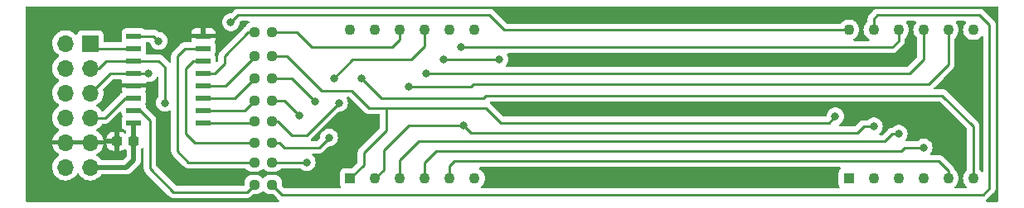
<source format=gbr>
%TF.GenerationSoftware,KiCad,Pcbnew,7.0.2*%
%TF.CreationDate,2023-08-10T02:19:42+09:00*%
%TF.ProjectId,Pmod_7LED_8digit,506d6f64-5f37-44c4-9544-5f3864696769,rev?*%
%TF.SameCoordinates,Original*%
%TF.FileFunction,Copper,L1,Top*%
%TF.FilePolarity,Positive*%
%FSLAX46Y46*%
G04 Gerber Fmt 4.6, Leading zero omitted, Abs format (unit mm)*
G04 Created by KiCad (PCBNEW 7.0.2) date 2023-08-10 02:19:42*
%MOMM*%
%LPD*%
G01*
G04 APERTURE LIST*
G04 Aperture macros list*
%AMRoundRect*
0 Rectangle with rounded corners*
0 $1 Rounding radius*
0 $2 $3 $4 $5 $6 $7 $8 $9 X,Y pos of 4 corners*
0 Add a 4 corners polygon primitive as box body*
4,1,4,$2,$3,$4,$5,$6,$7,$8,$9,$2,$3,0*
0 Add four circle primitives for the rounded corners*
1,1,$1+$1,$2,$3*
1,1,$1+$1,$4,$5*
1,1,$1+$1,$6,$7*
1,1,$1+$1,$8,$9*
0 Add four rect primitives between the rounded corners*
20,1,$1+$1,$2,$3,$4,$5,0*
20,1,$1+$1,$4,$5,$6,$7,0*
20,1,$1+$1,$6,$7,$8,$9,0*
20,1,$1+$1,$8,$9,$2,$3,0*%
G04 Aperture macros list end*
%TA.AperFunction,SMDPad,CuDef*%
%ADD10RoundRect,0.237500X-0.250000X-0.237500X0.250000X-0.237500X0.250000X0.237500X-0.250000X0.237500X0*%
%TD*%
%TA.AperFunction,ComponentPad*%
%ADD11R,1.100000X1.100000*%
%TD*%
%TA.AperFunction,ComponentPad*%
%ADD12C,1.100000*%
%TD*%
%TA.AperFunction,SMDPad,CuDef*%
%ADD13R,1.500000X0.600000*%
%TD*%
%TA.AperFunction,ComponentPad*%
%ADD14R,1.700000X1.700000*%
%TD*%
%TA.AperFunction,ComponentPad*%
%ADD15O,1.700000X1.700000*%
%TD*%
%TA.AperFunction,SMDPad,CuDef*%
%ADD16RoundRect,0.237500X0.300000X0.237500X-0.300000X0.237500X-0.300000X-0.237500X0.300000X-0.237500X0*%
%TD*%
%TA.AperFunction,ViaPad*%
%ADD17C,0.800000*%
%TD*%
%TA.AperFunction,ViaPad*%
%ADD18C,1.000000*%
%TD*%
%TA.AperFunction,Conductor*%
%ADD19C,0.500000*%
%TD*%
%TA.AperFunction,Conductor*%
%ADD20C,0.250000*%
%TD*%
G04 APERTURE END LIST*
D10*
%TO.P,R4,1*%
%TO.N,Net-(U1-QD)*%
X73382500Y-71882000D03*
%TO.P,R4,2*%
%TO.N,Net-(DS1-ANODE_D_DIG_1234)*%
X75207500Y-71882000D03*
%TD*%
D11*
%TO.P,DS2,1,ANODE_E_DIG_1234*%
%TO.N,Net-(DS1-ANODE_E_DIG_1234)*%
X83185000Y-82169000D03*
D12*
%TO.P,DS2,2,ANODE_D_DIG_1234*%
%TO.N,Net-(DS1-ANODE_D_DIG_1234)*%
X85725000Y-82169000D03*
%TO.P,DS2,3,ANODE_DP_DIG_1234*%
%TO.N,Net-(DS1-ANODE_DP_DIG_1234)*%
X88265000Y-82169000D03*
%TO.P,DS2,4,ANODE_C_DIG_1234*%
%TO.N,Net-(DS1-ANODE_C_DIG_1234)*%
X90805000Y-82169000D03*
%TO.P,DS2,5,ANODE_G_DIG_1234*%
%TO.N,Net-(DS1-ANODE_G_DIG_1234)*%
X93345000Y-82169000D03*
%TO.P,DS2,6,COMMON_CATHODE_DIG_4*%
%TO.N,Net-(DS2-COMMON_CATHODE_DIG_4)*%
X95885000Y-82169000D03*
%TO.P,DS2,7,ANODE_B_DIG_1234*%
%TO.N,Net-(DS1-ANODE_B_DIG_1234)*%
X95885000Y-66929000D03*
%TO.P,DS2,8,COMMON_CATHODE_DIG_3*%
%TO.N,Net-(DS2-COMMON_CATHODE_DIG_3)*%
X93345000Y-66929000D03*
%TO.P,DS2,9,COMMON_CATHODE_DIG_2*%
%TO.N,Net-(DS2-COMMON_CATHODE_DIG_2)*%
X90805000Y-66929000D03*
%TO.P,DS2,10,ANODE_F_DIG_1234*%
%TO.N,Net-(DS1-ANODE_F_DIG_1234)*%
X88265000Y-66929000D03*
%TO.P,DS2,11,ANODE_A_DIG_1234*%
%TO.N,Net-(DS1-ANODE_A_DIG_1234)*%
X85725000Y-66929000D03*
%TO.P,DS2,12,COMMON_CATHODE_DIG_1*%
%TO.N,Net-(DS2-COMMON_CATHODE_DIG_1)*%
X83185000Y-66929000D03*
%TD*%
D13*
%TO.P,U1,1,QB*%
%TO.N,Net-(U1-QB)*%
X68193000Y-76454000D03*
%TO.P,U1,2,QC*%
%TO.N,Net-(U1-QC)*%
X68193000Y-75184000D03*
%TO.P,U1,3,QD*%
%TO.N,Net-(U1-QD)*%
X68193000Y-73914000D03*
%TO.P,U1,4,QE*%
%TO.N,Net-(U1-QE)*%
X68193000Y-72644000D03*
%TO.P,U1,5,QF*%
%TO.N,Net-(U1-QF)*%
X68193000Y-71374000D03*
%TO.P,U1,6,QG*%
%TO.N,Net-(U1-QG)*%
X68193000Y-70104000D03*
%TO.P,U1,7,QH*%
%TO.N,Net-(U1-QH)*%
X68193000Y-68834000D03*
%TO.P,U1,8,GND*%
%TO.N,GND*%
X68193000Y-67564000D03*
%TO.P,U1,9,QH'*%
%TO.N,Net-(U1-QH')*%
X61093000Y-67564000D03*
%TO.P,U1,10,~{SRCLR}*%
%TO.N,Net-(J1-Pin_1)*%
X61093000Y-68834000D03*
%TO.P,U1,11,SRCLK*%
%TO.N,Net-(J1-Pin_2)*%
X61093000Y-70104000D03*
%TO.P,U1,12,RCLK*%
%TO.N,Net-(J1-Pin_3)*%
X61093000Y-71374000D03*
%TO.P,U1,13,~{OE}*%
%TO.N,GND*%
X61093000Y-72644000D03*
%TO.P,U1,14,SER*%
%TO.N,Net-(J1-Pin_4)*%
X61093000Y-73914000D03*
%TO.P,U1,15,QA*%
%TO.N,Net-(U1-QA)*%
X61093000Y-75184000D03*
%TO.P,U1,16,VCC*%
%TO.N,VCC*%
X61093000Y-76454000D03*
%TD*%
D14*
%TO.P,J1,1,Pin_1*%
%TO.N,Net-(J1-Pin_1)*%
X56642000Y-68326000D03*
D15*
%TO.P,J1,2,Pin_2*%
%TO.N,Net-(J1-Pin_2)*%
X56642000Y-70866000D03*
%TO.P,J1,3,Pin_3*%
%TO.N,Net-(J1-Pin_3)*%
X56642000Y-73406000D03*
%TO.P,J1,4,Pin_4*%
%TO.N,Net-(J1-Pin_4)*%
X56642000Y-75946000D03*
%TO.P,J1,5,Pin_5*%
%TO.N,GND*%
X56642000Y-78486000D03*
%TO.P,J1,6,Pin_6*%
%TO.N,VCC*%
X56642000Y-81026000D03*
%TO.P,J1,7,Pin_7*%
%TO.N,unconnected-(J1-Pin_7-Pad7)*%
X54102000Y-68326000D03*
%TO.P,J1,8,Pin_8*%
%TO.N,unconnected-(J1-Pin_8-Pad8)*%
X54102000Y-70866000D03*
%TO.P,J1,9,Pin_9*%
%TO.N,unconnected-(J1-Pin_9-Pad9)*%
X54102000Y-73406000D03*
%TO.P,J1,10,Pin_10*%
%TO.N,unconnected-(J1-Pin_10-Pad10)*%
X54102000Y-75946000D03*
%TO.P,J1,11,Pin_11*%
%TO.N,GND*%
X54102000Y-78486000D03*
%TO.P,J1,12,Pin_12*%
%TO.N,VCC*%
X54102000Y-81026000D03*
%TD*%
D10*
%TO.P,R7,1*%
%TO.N,Net-(U1-QG)*%
X73382500Y-78486000D03*
%TO.P,R7,2*%
%TO.N,Net-(DS1-ANODE_G_DIG_1234)*%
X75207500Y-78486000D03*
%TD*%
D16*
%TO.P,C1,1*%
%TO.N,VCC*%
X61060500Y-78359000D03*
%TO.P,C1,2*%
%TO.N,GND*%
X59335500Y-78359000D03*
%TD*%
D10*
%TO.P,R1,1*%
%TO.N,Net-(U1-QA)*%
X73382500Y-82804000D03*
%TO.P,R1,2*%
%TO.N,Net-(DS1-ANODE_A_DIG_1234)*%
X75207500Y-82804000D03*
%TD*%
%TO.P,R2,1*%
%TO.N,Net-(U1-QB)*%
X73382500Y-76327000D03*
%TO.P,R2,2*%
%TO.N,Net-(DS1-ANODE_B_DIG_1234)*%
X75207500Y-76327000D03*
%TD*%
%TO.P,R6,1*%
%TO.N,Net-(U1-QF)*%
X73382500Y-67183000D03*
%TO.P,R6,2*%
%TO.N,Net-(DS1-ANODE_F_DIG_1234)*%
X75207500Y-67183000D03*
%TD*%
%TO.P,R5,1*%
%TO.N,Net-(U1-QE)*%
X73382500Y-69596000D03*
%TO.P,R5,2*%
%TO.N,Net-(DS1-ANODE_E_DIG_1234)*%
X75207500Y-69596000D03*
%TD*%
%TO.P,R3,1*%
%TO.N,Net-(U1-QC)*%
X73382500Y-74168000D03*
%TO.P,R3,2*%
%TO.N,Net-(DS1-ANODE_C_DIG_1234)*%
X75207500Y-74168000D03*
%TD*%
D11*
%TO.P,DS1,1,ANODE_E_DIG_1234*%
%TO.N,Net-(DS1-ANODE_E_DIG_1234)*%
X134112000Y-82169000D03*
D12*
%TO.P,DS1,2,ANODE_D_DIG_1234*%
%TO.N,Net-(DS1-ANODE_D_DIG_1234)*%
X136652000Y-82169000D03*
%TO.P,DS1,3,ANODE_DP_DIG_1234*%
%TO.N,Net-(DS1-ANODE_DP_DIG_1234)*%
X139192000Y-82169000D03*
%TO.P,DS1,4,ANODE_C_DIG_1234*%
%TO.N,Net-(DS1-ANODE_C_DIG_1234)*%
X141732000Y-82169000D03*
%TO.P,DS1,5,ANODE_G_DIG_1234*%
%TO.N,Net-(DS1-ANODE_G_DIG_1234)*%
X144272000Y-82169000D03*
%TO.P,DS1,6,COMMON_CATHODE_DIG_4*%
%TO.N,Net-(DS1-COMMON_CATHODE_DIG_4)*%
X146812000Y-82169000D03*
%TO.P,DS1,7,ANODE_B_DIG_1234*%
%TO.N,Net-(DS1-ANODE_B_DIG_1234)*%
X146812000Y-66929000D03*
%TO.P,DS1,8,COMMON_CATHODE_DIG_3*%
%TO.N,Net-(DS1-COMMON_CATHODE_DIG_3)*%
X144272000Y-66929000D03*
%TO.P,DS1,9,COMMON_CATHODE_DIG_2*%
%TO.N,Net-(DS1-COMMON_CATHODE_DIG_2)*%
X141732000Y-66929000D03*
%TO.P,DS1,10,ANODE_F_DIG_1234*%
%TO.N,Net-(DS1-ANODE_F_DIG_1234)*%
X139192000Y-66929000D03*
%TO.P,DS1,11,ANODE_A_DIG_1234*%
%TO.N,Net-(DS1-ANODE_A_DIG_1234)*%
X136652000Y-66929000D03*
%TO.P,DS1,12,COMMON_CATHODE_DIG_1*%
%TO.N,Net-(DS1-COMMON_CATHODE_DIG_1)*%
X134112000Y-66929000D03*
%TD*%
D10*
%TO.P,R8,1*%
%TO.N,Net-(U1-QH)*%
X73382500Y-80518000D03*
%TO.P,R8,2*%
%TO.N,Net-(DS1-ANODE_DP_DIG_1234)*%
X75207500Y-80518000D03*
%TD*%
D17*
%TO.N,GND*%
X71374000Y-82296000D03*
D18*
X59182000Y-73152000D03*
D17*
X142748000Y-76200000D03*
X103251000Y-75057000D03*
X123444000Y-75057000D03*
X85344000Y-76708000D03*
X67818000Y-82042000D03*
X123444000Y-82042000D03*
X146304000Y-72263000D03*
X78232000Y-82296000D03*
X137541000Y-69977000D03*
X83566000Y-77470000D03*
X103251000Y-82042000D03*
X65786000Y-81788000D03*
%TO.N,Net-(DS1-ANODE_E_DIG_1234)*%
X132715000Y-75819000D03*
%TO.N,Net-(DS1-ANODE_D_DIG_1234)*%
X79629000Y-74295000D03*
X136652000Y-76835000D03*
X94742000Y-76708000D03*
%TO.N,Net-(DS1-ANODE_DP_DIG_1234)*%
X78740000Y-80518000D03*
X139192000Y-77597000D03*
%TO.N,Net-(DS1-ANODE_C_DIG_1234)*%
X77978000Y-75692000D03*
X141732000Y-78994000D03*
%TO.N,Net-(DS1-ANODE_G_DIG_1234)*%
X81026000Y-77978000D03*
%TO.N,Net-(DS1-COMMON_CATHODE_DIG_4)*%
X84328000Y-71882000D03*
%TO.N,Net-(DS1-ANODE_B_DIG_1234)*%
X82042000Y-74422000D03*
%TO.N,Net-(DS1-COMMON_CATHODE_DIG_3)*%
X89154000Y-72771000D03*
%TO.N,Net-(DS1-COMMON_CATHODE_DIG_2)*%
X90932000Y-71374000D03*
%TO.N,Net-(DS1-ANODE_F_DIG_1234)*%
X94488000Y-68707000D03*
%TO.N,Net-(DS1-ANODE_A_DIG_1234)*%
X98425000Y-69977000D03*
X92710000Y-69977000D03*
%TO.N,Net-(DS1-COMMON_CATHODE_DIG_1)*%
X70993000Y-66167000D03*
%TO.N,Net-(DS2-COMMON_CATHODE_DIG_2)*%
X81534000Y-71882000D03*
%TO.N,Net-(J1-Pin_2)*%
X64262000Y-74422000D03*
%TO.N,Net-(J1-Pin_3)*%
X62611000Y-71374000D03*
%TO.N,Net-(U1-QH')*%
X63627000Y-68072000D03*
%TD*%
D19*
%TO.N,VCC*%
X61087000Y-80264000D02*
X61087000Y-78385500D01*
X56577000Y-81026000D02*
X60325000Y-81026000D01*
X61087000Y-78385500D02*
X61060500Y-78359000D01*
X61060500Y-78359000D02*
X61060500Y-76486500D01*
X60325000Y-81026000D02*
X61087000Y-80264000D01*
X61060500Y-76486500D02*
X61093000Y-76454000D01*
D20*
%TO.N,Net-(DS1-ANODE_E_DIG_1234)*%
X86868000Y-74930000D02*
X97028000Y-74930000D01*
X132080000Y-76454000D02*
X132715000Y-75819000D01*
X76708000Y-69596000D02*
X75207500Y-69596000D01*
X97028000Y-74930000D02*
X98552000Y-76454000D01*
X86106000Y-74930000D02*
X85090000Y-74930000D01*
X80264000Y-73152000D02*
X76708000Y-69596000D01*
X98552000Y-76454000D02*
X132080000Y-76454000D01*
X86868000Y-77216000D02*
X86868000Y-74930000D01*
X83312000Y-73152000D02*
X80264000Y-73152000D01*
X83185000Y-82169000D02*
X84582000Y-80772000D01*
X85090000Y-74930000D02*
X83312000Y-73152000D01*
X84582000Y-79502000D02*
X86868000Y-77216000D01*
X84582000Y-80772000D02*
X84582000Y-79502000D01*
X86106000Y-74930000D02*
X86868000Y-74930000D01*
%TO.N,Net-(DS1-ANODE_D_DIG_1234)*%
X86614000Y-81280000D02*
X85725000Y-82169000D01*
X89154000Y-76708000D02*
X86614000Y-79248000D01*
X77216000Y-71882000D02*
X75207500Y-71882000D01*
X86614000Y-79248000D02*
X86614000Y-81280000D01*
X94742000Y-76708000D02*
X89154000Y-76708000D01*
X94742000Y-76708000D02*
X95504000Y-77470000D01*
X95504000Y-77470000D02*
X135001000Y-77470000D01*
X135001000Y-77470000D02*
X135636000Y-76835000D01*
X135636000Y-76835000D02*
X136652000Y-76835000D01*
X79629000Y-74295000D02*
X77216000Y-71882000D01*
%TO.N,Net-(DS1-ANODE_DP_DIG_1234)*%
X88265000Y-80518000D02*
X88265000Y-82169000D01*
X139192000Y-77597000D02*
X138557000Y-77597000D01*
X88265000Y-80264000D02*
X88265000Y-80518000D01*
X90170000Y-78359000D02*
X88265000Y-80264000D01*
X138557000Y-77597000D02*
X137795000Y-78359000D01*
X75207500Y-80518000D02*
X78740000Y-80518000D01*
X137795000Y-78359000D02*
X90170000Y-78359000D01*
%TO.N,Net-(DS1-ANODE_C_DIG_1234)*%
X76454000Y-74168000D02*
X75207500Y-74168000D01*
X141732000Y-78994000D02*
X139827000Y-78994000D01*
X91948000Y-79375000D02*
X90932000Y-80391000D01*
X90805000Y-80518000D02*
X90805000Y-82169000D01*
X90932000Y-80391000D02*
X90805000Y-80518000D01*
X139446000Y-79375000D02*
X91948000Y-79375000D01*
X139827000Y-78994000D02*
X139446000Y-79375000D01*
X77978000Y-75692000D02*
X76454000Y-74168000D01*
%TO.N,Net-(DS1-ANODE_G_DIG_1234)*%
X75946000Y-78486000D02*
X75207500Y-78486000D01*
X76454000Y-78994000D02*
X75946000Y-78486000D01*
X80010000Y-78994000D02*
X76454000Y-78994000D01*
X93853000Y-80391000D02*
X93345000Y-80899000D01*
X143256000Y-80391000D02*
X93853000Y-80391000D01*
X81026000Y-77978000D02*
X80010000Y-78994000D01*
X144272000Y-82169000D02*
X144272000Y-81407000D01*
X144272000Y-81407000D02*
X143256000Y-80391000D01*
X93345000Y-80899000D02*
X93345000Y-82169000D01*
%TO.N,Net-(DS1-COMMON_CATHODE_DIG_4)*%
X146812000Y-76835000D02*
X146812000Y-82169000D01*
X96774000Y-73914000D02*
X97028000Y-73660000D01*
X84328000Y-71882000D02*
X86360000Y-73914000D01*
X86360000Y-73914000D02*
X96774000Y-73914000D01*
X143637000Y-73660000D02*
X146812000Y-76835000D01*
X97028000Y-73660000D02*
X143637000Y-73660000D01*
%TO.N,Net-(DS1-ANODE_B_DIG_1234)*%
X82042000Y-74422000D02*
X78740000Y-77724000D01*
X78740000Y-77724000D02*
X77216000Y-77724000D01*
X77216000Y-77724000D02*
X75819000Y-76327000D01*
X75819000Y-76327000D02*
X75207500Y-76327000D01*
%TO.N,Net-(DS1-COMMON_CATHODE_DIG_3)*%
X95758000Y-72517000D02*
X142240000Y-72517000D01*
X144272000Y-70485000D02*
X144272000Y-66929000D01*
X142240000Y-72517000D02*
X144272000Y-70485000D01*
X95504000Y-72771000D02*
X95758000Y-72517000D01*
X89154000Y-72771000D02*
X95504000Y-72771000D01*
%TO.N,Net-(DS1-COMMON_CATHODE_DIG_2)*%
X140335000Y-71374000D02*
X141732000Y-69977000D01*
X141732000Y-69977000D02*
X141732000Y-66929000D01*
X90932000Y-71374000D02*
X140335000Y-71374000D01*
%TO.N,Net-(DS1-ANODE_F_DIG_1234)*%
X139192000Y-68072000D02*
X139192000Y-66929000D01*
X88265000Y-66929000D02*
X88265000Y-67945000D01*
X87503000Y-68707000D02*
X79248000Y-68707000D01*
X77724000Y-67183000D02*
X75207500Y-67183000D01*
X138557000Y-68707000D02*
X139192000Y-68072000D01*
X94488000Y-68707000D02*
X138557000Y-68707000D01*
X88265000Y-67945000D02*
X87503000Y-68707000D01*
X79248000Y-68707000D02*
X77724000Y-67183000D01*
%TO.N,Net-(DS1-ANODE_A_DIG_1234)*%
X148463000Y-66421000D02*
X147447000Y-65405000D01*
X147447000Y-65405000D02*
X137033000Y-65405000D01*
X136652000Y-65786000D02*
X136652000Y-66929000D01*
X147828000Y-83820000D02*
X148463000Y-83185000D01*
X148463000Y-83185000D02*
X148463000Y-66421000D01*
X76223500Y-83820000D02*
X147828000Y-83820000D01*
X75207500Y-82804000D02*
X76223500Y-83820000D01*
X137033000Y-65405000D02*
X136652000Y-65786000D01*
X92710000Y-69977000D02*
X98425000Y-69977000D01*
%TO.N,Net-(DS1-COMMON_CATHODE_DIG_1)*%
X97409000Y-65405000D02*
X98933000Y-66929000D01*
X71755000Y-65405000D02*
X97409000Y-65405000D01*
X70993000Y-66167000D02*
X71755000Y-65405000D01*
X98933000Y-66929000D02*
X134112000Y-66929000D01*
%TO.N,Net-(DS2-COMMON_CATHODE_DIG_2)*%
X90805000Y-68580000D02*
X90805000Y-66929000D01*
X89408000Y-69977000D02*
X90805000Y-68580000D01*
X83439000Y-69977000D02*
X89408000Y-69977000D01*
X81534000Y-71882000D02*
X83439000Y-69977000D01*
%TO.N,Net-(J1-Pin_1)*%
X57404000Y-68834000D02*
X61093000Y-68834000D01*
X56577000Y-68326000D02*
X56896000Y-68326000D01*
X56896000Y-68326000D02*
X57404000Y-68834000D01*
%TO.N,Net-(J1-Pin_2)*%
X56577000Y-70866000D02*
X57531000Y-70866000D01*
X64262000Y-74422000D02*
X64262000Y-70739000D01*
X64262000Y-70739000D02*
X63627000Y-70104000D01*
X57531000Y-70866000D02*
X58293000Y-70104000D01*
X63627000Y-70104000D02*
X61093000Y-70104000D01*
X58293000Y-70104000D02*
X61093000Y-70104000D01*
%TO.N,Net-(J1-Pin_3)*%
X56642000Y-73406000D02*
X58674000Y-71374000D01*
X58674000Y-71374000D02*
X61093000Y-71374000D01*
X62611000Y-71374000D02*
X61093000Y-71374000D01*
%TO.N,Net-(J1-Pin_4)*%
X56577000Y-75946000D02*
X58166000Y-75946000D01*
X58166000Y-75946000D02*
X60198000Y-73914000D01*
X60198000Y-73914000D02*
X61093000Y-73914000D01*
%TO.N,Net-(U1-QA)*%
X62738000Y-76200000D02*
X62738000Y-81153000D01*
X65151000Y-83566000D02*
X72620500Y-83566000D01*
X62738000Y-81153000D02*
X65151000Y-83566000D01*
X61722000Y-75184000D02*
X62738000Y-76200000D01*
X72620500Y-83566000D02*
X73382500Y-82804000D01*
X61093000Y-75184000D02*
X61722000Y-75184000D01*
%TO.N,Net-(U1-QB)*%
X68193000Y-76454000D02*
X73255500Y-76454000D01*
X73255500Y-76454000D02*
X73382500Y-76327000D01*
%TO.N,Net-(U1-QC)*%
X72366500Y-75184000D02*
X73382500Y-74168000D01*
X68193000Y-75184000D02*
X72366500Y-75184000D01*
%TO.N,Net-(U1-QD)*%
X71350500Y-73914000D02*
X73382500Y-71882000D01*
X68193000Y-73914000D02*
X71350500Y-73914000D01*
%TO.N,Net-(U1-QE)*%
X73382500Y-69746500D02*
X73382500Y-69596000D01*
X68193000Y-72644000D02*
X70485000Y-72644000D01*
X70485000Y-72644000D02*
X73382500Y-69746500D01*
%TO.N,Net-(U1-QF)*%
X69342000Y-71374000D02*
X70358000Y-70358000D01*
X70358000Y-69596000D02*
X72771000Y-67183000D01*
X70358000Y-70358000D02*
X70358000Y-69596000D01*
X68193000Y-71374000D02*
X69342000Y-71374000D01*
X72771000Y-67183000D02*
X73382500Y-67183000D01*
%TO.N,Net-(U1-QG)*%
X68193000Y-70104000D02*
X67183000Y-70104000D01*
X66421000Y-77597000D02*
X67310000Y-78486000D01*
X67183000Y-70104000D02*
X66421000Y-70866000D01*
X66421000Y-70866000D02*
X66421000Y-77597000D01*
X67310000Y-78486000D02*
X73382500Y-78486000D01*
%TO.N,Net-(U1-QH)*%
X65532000Y-79375000D02*
X66675000Y-80518000D01*
X66294000Y-68834000D02*
X65532000Y-69596000D01*
X65532000Y-69596000D02*
X65532000Y-79375000D01*
X66675000Y-80518000D02*
X73382500Y-80518000D01*
X68193000Y-68834000D02*
X66294000Y-68834000D01*
%TO.N,Net-(U1-QH')*%
X63119000Y-67564000D02*
X61093000Y-67564000D01*
X63627000Y-68072000D02*
X63119000Y-67564000D01*
%TD*%
%TA.AperFunction,Conductor*%
%TO.N,GND*%
G36*
X149295039Y-64535685D02*
G01*
X149340794Y-64588489D01*
X149352000Y-64640000D01*
X149352000Y-84458000D01*
X149332315Y-84525039D01*
X149279511Y-84570794D01*
X149228000Y-84582000D01*
X148224993Y-84582000D01*
X148157954Y-84562315D01*
X148112199Y-84509511D01*
X148102255Y-84440353D01*
X148131280Y-84376797D01*
X148152104Y-84357685D01*
X148167060Y-84346818D01*
X148176830Y-84340400D01*
X148214418Y-84318171D01*
X148214417Y-84318171D01*
X148214420Y-84318170D01*
X148228585Y-84304004D01*
X148243373Y-84291373D01*
X148259587Y-84279594D01*
X148287438Y-84245926D01*
X148295279Y-84237309D01*
X148846786Y-83685802D01*
X148862886Y-83672905D01*
X148864874Y-83670787D01*
X148864877Y-83670786D01*
X148910964Y-83621707D01*
X148913549Y-83619039D01*
X148933120Y-83599470D01*
X148935565Y-83596316D01*
X148943154Y-83587429D01*
X148973062Y-83555582D01*
X148982713Y-83538026D01*
X148993393Y-83521767D01*
X149005674Y-83505936D01*
X149023018Y-83465851D01*
X149028160Y-83455356D01*
X149049197Y-83417092D01*
X149054178Y-83397688D01*
X149060480Y-83379283D01*
X149068438Y-83360895D01*
X149075270Y-83317748D01*
X149077639Y-83306316D01*
X149088500Y-83264020D01*
X149088500Y-83243983D01*
X149090027Y-83224584D01*
X149093160Y-83204803D01*
X149089050Y-83161335D01*
X149088499Y-83149662D01*
X149088499Y-74827216D01*
X149088499Y-66503733D01*
X149090764Y-66483238D01*
X149090556Y-66476628D01*
X149088561Y-66413126D01*
X149088500Y-66409231D01*
X149088500Y-66385540D01*
X149088500Y-66381650D01*
X149087998Y-66377677D01*
X149087080Y-66366018D01*
X149085709Y-66322373D01*
X149080120Y-66303140D01*
X149076174Y-66284082D01*
X149073664Y-66264206D01*
X149057588Y-66223604D01*
X149053804Y-66212553D01*
X149045098Y-66182589D01*
X149041618Y-66170610D01*
X149031414Y-66153355D01*
X149022861Y-66135895D01*
X149015486Y-66117269D01*
X149015486Y-66117268D01*
X148989808Y-66081925D01*
X148983401Y-66072171D01*
X148971066Y-66051314D01*
X148961170Y-66034580D01*
X148947006Y-66020416D01*
X148934367Y-66005617D01*
X148922595Y-65989413D01*
X148888941Y-65961573D01*
X148880299Y-65953709D01*
X147947802Y-65021211D01*
X147934906Y-65005113D01*
X147883775Y-64957098D01*
X147880978Y-64954387D01*
X147864227Y-64937636D01*
X147861471Y-64934880D01*
X147858290Y-64932412D01*
X147849422Y-64924837D01*
X147817582Y-64894938D01*
X147800024Y-64885285D01*
X147783764Y-64874604D01*
X147767936Y-64862327D01*
X147727851Y-64844980D01*
X147717361Y-64839841D01*
X147679091Y-64818802D01*
X147659691Y-64813821D01*
X147641284Y-64807519D01*
X147622897Y-64799562D01*
X147579758Y-64792729D01*
X147568324Y-64790361D01*
X147526019Y-64779500D01*
X147505984Y-64779500D01*
X147486586Y-64777973D01*
X147479162Y-64776797D01*
X147466805Y-64774840D01*
X147466804Y-64774840D01*
X147440495Y-64777327D01*
X147423325Y-64778950D01*
X147411656Y-64779500D01*
X137115740Y-64779500D01*
X137095236Y-64777236D01*
X137025144Y-64779439D01*
X137021250Y-64779500D01*
X136993650Y-64779500D01*
X136989789Y-64779987D01*
X136989778Y-64779988D01*
X136989645Y-64780005D01*
X136978029Y-64780918D01*
X136934368Y-64782290D01*
X136915129Y-64787880D01*
X136896080Y-64791825D01*
X136876208Y-64794335D01*
X136835593Y-64810415D01*
X136824549Y-64814196D01*
X136782611Y-64826382D01*
X136765364Y-64836581D01*
X136747900Y-64845136D01*
X136729267Y-64852514D01*
X136693926Y-64878189D01*
X136684168Y-64884599D01*
X136646579Y-64906829D01*
X136632410Y-64920998D01*
X136617622Y-64933628D01*
X136601413Y-64945405D01*
X136573572Y-64979058D01*
X136565711Y-64987696D01*
X136268208Y-65285199D01*
X136252110Y-65298096D01*
X136204096Y-65349225D01*
X136201392Y-65352016D01*
X136184628Y-65368780D01*
X136184621Y-65368787D01*
X136181880Y-65371529D01*
X136179499Y-65374597D01*
X136179490Y-65374608D01*
X136179411Y-65374711D01*
X136171842Y-65383572D01*
X136141935Y-65415420D01*
X136132285Y-65432974D01*
X136121609Y-65449228D01*
X136109326Y-65465063D01*
X136091975Y-65505158D01*
X136086838Y-65515644D01*
X136065802Y-65553907D01*
X136060821Y-65573309D01*
X136054520Y-65591711D01*
X136046561Y-65610102D01*
X136039728Y-65653242D01*
X136037360Y-65664674D01*
X136026500Y-65706977D01*
X136026500Y-65727016D01*
X136024973Y-65746414D01*
X136021840Y-65766194D01*
X136025950Y-65809673D01*
X136026500Y-65821343D01*
X136026500Y-66024714D01*
X136006815Y-66091753D01*
X135981165Y-66120567D01*
X135905590Y-66182589D01*
X135774314Y-66342551D01*
X135676769Y-66525043D01*
X135616699Y-66723067D01*
X135596417Y-66929000D01*
X135616699Y-67134932D01*
X135626500Y-67167240D01*
X135676768Y-67332954D01*
X135774315Y-67515450D01*
X135810186Y-67559159D01*
X135905589Y-67675410D01*
X135966040Y-67725020D01*
X136065550Y-67806685D01*
X136115315Y-67833285D01*
X136143110Y-67848142D01*
X136192955Y-67897104D01*
X136208415Y-67965242D01*
X136184583Y-68030922D01*
X136129026Y-68073290D01*
X136084657Y-68081500D01*
X134679343Y-68081500D01*
X134612304Y-68061815D01*
X134566549Y-68009011D01*
X134556605Y-67939853D01*
X134585630Y-67876297D01*
X134620890Y-67848142D01*
X134648685Y-67833285D01*
X134698450Y-67806685D01*
X134858410Y-67675410D01*
X134989685Y-67515450D01*
X135087232Y-67332954D01*
X135147300Y-67134934D01*
X135167583Y-66929000D01*
X135147300Y-66723066D01*
X135087232Y-66525046D01*
X134989685Y-66342550D01*
X134920432Y-66258165D01*
X134858410Y-66182589D01*
X134747724Y-66091753D01*
X134698450Y-66051315D01*
X134515954Y-65953768D01*
X134416944Y-65923733D01*
X134317932Y-65893699D01*
X134112000Y-65873417D01*
X133906067Y-65893699D01*
X133730692Y-65946898D01*
X133708241Y-65953709D01*
X133708043Y-65953769D01*
X133525551Y-66051314D01*
X133365589Y-66182590D01*
X133303567Y-66258165D01*
X133245821Y-66297499D01*
X133207714Y-66303500D01*
X99243453Y-66303500D01*
X99176414Y-66283815D01*
X99155772Y-66267181D01*
X97909802Y-65021211D01*
X97896906Y-65005113D01*
X97845775Y-64957098D01*
X97842978Y-64954387D01*
X97826227Y-64937636D01*
X97823471Y-64934880D01*
X97820290Y-64932412D01*
X97811422Y-64924837D01*
X97779582Y-64894938D01*
X97762024Y-64885285D01*
X97745764Y-64874604D01*
X97729936Y-64862327D01*
X97689851Y-64844980D01*
X97679361Y-64839841D01*
X97641091Y-64818802D01*
X97621691Y-64813821D01*
X97603284Y-64807519D01*
X97584897Y-64799562D01*
X97541758Y-64792729D01*
X97530324Y-64790361D01*
X97488019Y-64779500D01*
X97467984Y-64779500D01*
X97448586Y-64777973D01*
X97441162Y-64776797D01*
X97428805Y-64774840D01*
X97428804Y-64774840D01*
X97402495Y-64777327D01*
X97385325Y-64778950D01*
X97373656Y-64779500D01*
X71837744Y-64779500D01*
X71817236Y-64777235D01*
X71747113Y-64779439D01*
X71743219Y-64779500D01*
X71715650Y-64779500D01*
X71711794Y-64779986D01*
X71711791Y-64779987D01*
X71711735Y-64779994D01*
X71711662Y-64780003D01*
X71700043Y-64780917D01*
X71656372Y-64782289D01*
X71637128Y-64787880D01*
X71618084Y-64791824D01*
X71598208Y-64794335D01*
X71557600Y-64810413D01*
X71546554Y-64814194D01*
X71504610Y-64826382D01*
X71504607Y-64826383D01*
X71487365Y-64836579D01*
X71469904Y-64845133D01*
X71451267Y-64852512D01*
X71415931Y-64878185D01*
X71406174Y-64884595D01*
X71368580Y-64906829D01*
X71354413Y-64920996D01*
X71339624Y-64933626D01*
X71323413Y-64945404D01*
X71295572Y-64979058D01*
X71287713Y-64987696D01*
X71045227Y-65230182D01*
X70983907Y-65263666D01*
X70957548Y-65266500D01*
X70898352Y-65266500D01*
X70713197Y-65305855D01*
X70540269Y-65382848D01*
X70387129Y-65494110D01*
X70260466Y-65634783D01*
X70165820Y-65798715D01*
X70107326Y-65978742D01*
X70087540Y-66167000D01*
X70107326Y-66355257D01*
X70165820Y-66535284D01*
X70260466Y-66699216D01*
X70387129Y-66839889D01*
X70540269Y-66951151D01*
X70713197Y-67028144D01*
X70898352Y-67067500D01*
X70898354Y-67067500D01*
X71087648Y-67067500D01*
X71218977Y-67039585D01*
X71272803Y-67028144D01*
X71445730Y-66951151D01*
X71506759Y-66906811D01*
X71598870Y-66839889D01*
X71667333Y-66763854D01*
X71725533Y-66699216D01*
X71820179Y-66535284D01*
X71878674Y-66355256D01*
X71896321Y-66187344D01*
X71922904Y-66122734D01*
X71931962Y-66112627D01*
X71977774Y-66066817D01*
X72039098Y-66033333D01*
X72065453Y-66030500D01*
X72779136Y-66030500D01*
X72846175Y-66050185D01*
X72891930Y-66102989D01*
X72901874Y-66172147D01*
X72872849Y-66235703D01*
X72830496Y-66263961D01*
X72830819Y-66264484D01*
X72671647Y-66362661D01*
X72549659Y-66484649D01*
X72466388Y-66619653D01*
X72433760Y-66654856D01*
X72431951Y-66656171D01*
X72422163Y-66662602D01*
X72384580Y-66684828D01*
X72370410Y-66698998D01*
X72355622Y-66711628D01*
X72339413Y-66723405D01*
X72311572Y-66757058D01*
X72303711Y-66765696D01*
X69974208Y-69095199D01*
X69958110Y-69108096D01*
X69910096Y-69159225D01*
X69907392Y-69162016D01*
X69890628Y-69178780D01*
X69890621Y-69178787D01*
X69887880Y-69181529D01*
X69885499Y-69184597D01*
X69885490Y-69184608D01*
X69885411Y-69184711D01*
X69877842Y-69193572D01*
X69847935Y-69225420D01*
X69838285Y-69242974D01*
X69827609Y-69259228D01*
X69815326Y-69275063D01*
X69797975Y-69315158D01*
X69792838Y-69325644D01*
X69771802Y-69363907D01*
X69766821Y-69383309D01*
X69760520Y-69401711D01*
X69752561Y-69420102D01*
X69745728Y-69463242D01*
X69743360Y-69474674D01*
X69732499Y-69516977D01*
X69732500Y-69537016D01*
X69730973Y-69556414D01*
X69728251Y-69573604D01*
X69727840Y-69576196D01*
X69728605Y-69584288D01*
X69731950Y-69619673D01*
X69732500Y-69631343D01*
X69732500Y-70047546D01*
X69712815Y-70114585D01*
X69696181Y-70135227D01*
X69655180Y-70176228D01*
X69593857Y-70209713D01*
X69524165Y-70204729D01*
X69468232Y-70162857D01*
X69443815Y-70097393D01*
X69443499Y-70088547D01*
X69443499Y-69759439D01*
X69443499Y-69756128D01*
X69437091Y-69696517D01*
X69386796Y-69561669D01*
X69373053Y-69543311D01*
X69348635Y-69477850D01*
X69363485Y-69409576D01*
X69373050Y-69394691D01*
X69386796Y-69376331D01*
X69437091Y-69241483D01*
X69443500Y-69181873D01*
X69443499Y-68486128D01*
X69437091Y-68426517D01*
X69386796Y-68291669D01*
X69372740Y-68272892D01*
X69348323Y-68207430D01*
X69363174Y-68139157D01*
X69372742Y-68124270D01*
X69386353Y-68106088D01*
X69436599Y-67971373D01*
X69442645Y-67915132D01*
X69443000Y-67908518D01*
X69443000Y-67814000D01*
X66943000Y-67814000D01*
X66943000Y-67908518D01*
X66943354Y-67915132D01*
X66949400Y-67971373D01*
X66975432Y-68041167D01*
X66980416Y-68110859D01*
X66946931Y-68172182D01*
X66885607Y-68205666D01*
X66859250Y-68208500D01*
X66376744Y-68208500D01*
X66356236Y-68206235D01*
X66286113Y-68208439D01*
X66282219Y-68208500D01*
X66254650Y-68208500D01*
X66250794Y-68208986D01*
X66250791Y-68208987D01*
X66250735Y-68208994D01*
X66250662Y-68209003D01*
X66239043Y-68209917D01*
X66195372Y-68211289D01*
X66176128Y-68216880D01*
X66157084Y-68220824D01*
X66137208Y-68223335D01*
X66096600Y-68239413D01*
X66085554Y-68243194D01*
X66043610Y-68255382D01*
X66043607Y-68255383D01*
X66026365Y-68265579D01*
X66008904Y-68274133D01*
X65990267Y-68281512D01*
X65954931Y-68307185D01*
X65945174Y-68313595D01*
X65907580Y-68335829D01*
X65893413Y-68349996D01*
X65878624Y-68362626D01*
X65862413Y-68374404D01*
X65834572Y-68408058D01*
X65826711Y-68416697D01*
X65148208Y-69095199D01*
X65132110Y-69108096D01*
X65084096Y-69159225D01*
X65081392Y-69162016D01*
X65064628Y-69178780D01*
X65064621Y-69178787D01*
X65061880Y-69181529D01*
X65059499Y-69184597D01*
X65059490Y-69184608D01*
X65059411Y-69184711D01*
X65051842Y-69193572D01*
X65021935Y-69225420D01*
X65012285Y-69242974D01*
X65001609Y-69259228D01*
X64989326Y-69275063D01*
X64971975Y-69315158D01*
X64966838Y-69325644D01*
X64945802Y-69363907D01*
X64940821Y-69383309D01*
X64934520Y-69401711D01*
X64926561Y-69420102D01*
X64919728Y-69463242D01*
X64917360Y-69474674D01*
X64906500Y-69516977D01*
X64906500Y-69537016D01*
X64904973Y-69556414D01*
X64902251Y-69573604D01*
X64901840Y-69576196D01*
X64902605Y-69584288D01*
X64905950Y-69619673D01*
X64906500Y-69631343D01*
X64906500Y-70196866D01*
X64886815Y-70263905D01*
X64834011Y-70309660D01*
X64764853Y-70319604D01*
X64703464Y-70292413D01*
X64687944Y-70279575D01*
X64679299Y-70271709D01*
X64127802Y-69720211D01*
X64114906Y-69704113D01*
X64063775Y-69656098D01*
X64060978Y-69653387D01*
X64044227Y-69636636D01*
X64041471Y-69633880D01*
X64038290Y-69631412D01*
X64029422Y-69623837D01*
X63997582Y-69593938D01*
X63980024Y-69584285D01*
X63963764Y-69573604D01*
X63947936Y-69561327D01*
X63907851Y-69543980D01*
X63897361Y-69538841D01*
X63859091Y-69517802D01*
X63839691Y-69512821D01*
X63821284Y-69506519D01*
X63802897Y-69498562D01*
X63759758Y-69491729D01*
X63748324Y-69489361D01*
X63706019Y-69478500D01*
X63685984Y-69478500D01*
X63666586Y-69476973D01*
X63652070Y-69474674D01*
X63646805Y-69473840D01*
X63646804Y-69473840D01*
X63620495Y-69476327D01*
X63603325Y-69477950D01*
X63591656Y-69478500D01*
X62427283Y-69478500D01*
X62360244Y-69458815D01*
X62314489Y-69406011D01*
X62304545Y-69336853D01*
X62311101Y-69311167D01*
X62330377Y-69259485D01*
X62337091Y-69241483D01*
X62343500Y-69181873D01*
X62343499Y-68486128D01*
X62337091Y-68426517D01*
X62317654Y-68374404D01*
X62311101Y-68356833D01*
X62306117Y-68287141D01*
X62339602Y-68225818D01*
X62400926Y-68192334D01*
X62427283Y-68189500D01*
X62628245Y-68189500D01*
X62695284Y-68209185D01*
X62741039Y-68261989D01*
X62746174Y-68275178D01*
X62750062Y-68287141D01*
X62799820Y-68440284D01*
X62894466Y-68604216D01*
X63021129Y-68744889D01*
X63174269Y-68856151D01*
X63347197Y-68933144D01*
X63532352Y-68972500D01*
X63532354Y-68972500D01*
X63721648Y-68972500D01*
X63845084Y-68946262D01*
X63906803Y-68933144D01*
X64079730Y-68856151D01*
X64180091Y-68783235D01*
X64232870Y-68744889D01*
X64359533Y-68604216D01*
X64454179Y-68440284D01*
X64473189Y-68381777D01*
X64512674Y-68260256D01*
X64532460Y-68072000D01*
X64512674Y-67883744D01*
X64461101Y-67725020D01*
X64454179Y-67703715D01*
X64359533Y-67539783D01*
X64232870Y-67399110D01*
X64115725Y-67314000D01*
X66943000Y-67314000D01*
X67943000Y-67314000D01*
X67943000Y-66764000D01*
X68443000Y-66764000D01*
X68443000Y-67314000D01*
X69443000Y-67314000D01*
X69443000Y-67219481D01*
X69442645Y-67212867D01*
X69436599Y-67156628D01*
X69386352Y-67021910D01*
X69300188Y-66906811D01*
X69185089Y-66820647D01*
X69050371Y-66770400D01*
X68994132Y-66764354D01*
X68987518Y-66764000D01*
X68443000Y-66764000D01*
X67943000Y-66764000D01*
X67398482Y-66764000D01*
X67391867Y-66764354D01*
X67335628Y-66770400D01*
X67200910Y-66820647D01*
X67085811Y-66906811D01*
X66999647Y-67021910D01*
X66949400Y-67156628D01*
X66943354Y-67212867D01*
X66943000Y-67219481D01*
X66943000Y-67314000D01*
X64115725Y-67314000D01*
X64079730Y-67287848D01*
X63906802Y-67210855D01*
X63721648Y-67171500D01*
X63721646Y-67171500D01*
X63663867Y-67171500D01*
X63596828Y-67151815D01*
X63578983Y-67137892D01*
X63555775Y-67116098D01*
X63552978Y-67113387D01*
X63536227Y-67096636D01*
X63533471Y-67093880D01*
X63530290Y-67091412D01*
X63521422Y-67083837D01*
X63489582Y-67053938D01*
X63472024Y-67044285D01*
X63455764Y-67033604D01*
X63439936Y-67021327D01*
X63399851Y-67003980D01*
X63389361Y-66998841D01*
X63351091Y-66977802D01*
X63331691Y-66972821D01*
X63313284Y-66966519D01*
X63294897Y-66958562D01*
X63251758Y-66951729D01*
X63240324Y-66949361D01*
X63198019Y-66938500D01*
X63177984Y-66938500D01*
X63158586Y-66936973D01*
X63151162Y-66935797D01*
X63138805Y-66933840D01*
X63138804Y-66933840D01*
X63105751Y-66936964D01*
X63095325Y-66937950D01*
X63083656Y-66938500D01*
X62284625Y-66938500D01*
X62217586Y-66918815D01*
X62210314Y-66913767D01*
X62200547Y-66906455D01*
X62200546Y-66906454D01*
X62085331Y-66820204D01*
X61950483Y-66769909D01*
X61898816Y-66764354D01*
X61894166Y-66763854D01*
X61894165Y-66763853D01*
X61890873Y-66763500D01*
X61887550Y-66763500D01*
X60298439Y-66763500D01*
X60298420Y-66763500D01*
X60295128Y-66763501D01*
X60291848Y-66763853D01*
X60291840Y-66763854D01*
X60235515Y-66769909D01*
X60100669Y-66820204D01*
X59985454Y-66906454D01*
X59899204Y-67021668D01*
X59850607Y-67151965D01*
X59848909Y-67156517D01*
X59842500Y-67216127D01*
X59842500Y-67219448D01*
X59842500Y-67219449D01*
X59842500Y-67908560D01*
X59842500Y-67908578D01*
X59842501Y-67911872D01*
X59842853Y-67915152D01*
X59842854Y-67915159D01*
X59843681Y-67922849D01*
X59848909Y-67971483D01*
X59874900Y-68041169D01*
X59879884Y-68110858D01*
X59846400Y-68172181D01*
X59785076Y-68205666D01*
X59758718Y-68208500D01*
X58116499Y-68208500D01*
X58049460Y-68188815D01*
X58003705Y-68136011D01*
X57992499Y-68084500D01*
X57992499Y-67431439D01*
X57992499Y-67428128D01*
X57986091Y-67368517D01*
X57935796Y-67233669D01*
X57849546Y-67118454D01*
X57734331Y-67032204D01*
X57599483Y-66981909D01*
X57539873Y-66975500D01*
X57536550Y-66975500D01*
X55747439Y-66975500D01*
X55747420Y-66975500D01*
X55744128Y-66975501D01*
X55740848Y-66975853D01*
X55740840Y-66975854D01*
X55684515Y-66981909D01*
X55549669Y-67032204D01*
X55434454Y-67118454D01*
X55348204Y-67233669D01*
X55299189Y-67365083D01*
X55257317Y-67421016D01*
X55191852Y-67445433D01*
X55123580Y-67430581D01*
X55095326Y-67409430D01*
X54973404Y-67287508D01*
X54973403Y-67287508D01*
X54973401Y-67287505D01*
X54779830Y-67151965D01*
X54565663Y-67052097D01*
X54496645Y-67033604D01*
X54337407Y-66990936D01*
X54102000Y-66970340D01*
X53866592Y-66990936D01*
X53638336Y-67052097D01*
X53424170Y-67151965D01*
X53230598Y-67287505D01*
X53063505Y-67454598D01*
X52927965Y-67648170D01*
X52828097Y-67862336D01*
X52766936Y-68090592D01*
X52746340Y-68326000D01*
X52766936Y-68561407D01*
X52805948Y-68707000D01*
X52828097Y-68789663D01*
X52927965Y-69003830D01*
X53063505Y-69197401D01*
X53230599Y-69364495D01*
X53416160Y-69494426D01*
X53459783Y-69549002D01*
X53466976Y-69618501D01*
X53435454Y-69680855D01*
X53416158Y-69697575D01*
X53243073Y-69818771D01*
X53230595Y-69827508D01*
X53063505Y-69994598D01*
X52927965Y-70188170D01*
X52828097Y-70402336D01*
X52766936Y-70630592D01*
X52746340Y-70866000D01*
X52766936Y-71101407D01*
X52795795Y-71209110D01*
X52828097Y-71329663D01*
X52927965Y-71543830D01*
X53063505Y-71737401D01*
X53230599Y-71904495D01*
X53416160Y-72034426D01*
X53459783Y-72089002D01*
X53466976Y-72158501D01*
X53435454Y-72220855D01*
X53416158Y-72237575D01*
X53252449Y-72352206D01*
X53230595Y-72367508D01*
X53063505Y-72534598D01*
X52927965Y-72728170D01*
X52828097Y-72942336D01*
X52766936Y-73170592D01*
X52746340Y-73406000D01*
X52766936Y-73641407D01*
X52800354Y-73766123D01*
X52828097Y-73869663D01*
X52927965Y-74083830D01*
X53063505Y-74277401D01*
X53230599Y-74444495D01*
X53416160Y-74574426D01*
X53459783Y-74629002D01*
X53466976Y-74698501D01*
X53435454Y-74760855D01*
X53416159Y-74777575D01*
X53230595Y-74907508D01*
X53063505Y-75074598D01*
X52927965Y-75268170D01*
X52828097Y-75482336D01*
X52766936Y-75710592D01*
X52746340Y-75945999D01*
X52766936Y-76181407D01*
X52794027Y-76282512D01*
X52828097Y-76409663D01*
X52927965Y-76623830D01*
X53063505Y-76817401D01*
X53230599Y-76984495D01*
X53416596Y-77114732D01*
X53460219Y-77169307D01*
X53467412Y-77238806D01*
X53435890Y-77301160D01*
X53416595Y-77317880D01*
X53230919Y-77447892D01*
X53063890Y-77614921D01*
X52928400Y-77808421D01*
X52828569Y-78022507D01*
X52771364Y-78235999D01*
X52771364Y-78236000D01*
X53668314Y-78236000D01*
X53642507Y-78276156D01*
X53602000Y-78414111D01*
X53602000Y-78557889D01*
X53642507Y-78695844D01*
X53668314Y-78736000D01*
X52771364Y-78736000D01*
X52828569Y-78949492D01*
X52928399Y-79163576D01*
X53063893Y-79357081D01*
X53230918Y-79524106D01*
X53416595Y-79654119D01*
X53460219Y-79708696D01*
X53467412Y-79778195D01*
X53435890Y-79840549D01*
X53416595Y-79857269D01*
X53294019Y-79943098D01*
X53233059Y-79985783D01*
X53230595Y-79987508D01*
X53063505Y-80154598D01*
X52927965Y-80348170D01*
X52828097Y-80562336D01*
X52766936Y-80790592D01*
X52746340Y-81025999D01*
X52766936Y-81261407D01*
X52804981Y-81403391D01*
X52828097Y-81489663D01*
X52927965Y-81703830D01*
X53063505Y-81897401D01*
X53230599Y-82064495D01*
X53424170Y-82200035D01*
X53638337Y-82299903D01*
X53866592Y-82361063D01*
X54101999Y-82381659D01*
X54101999Y-82381658D01*
X54102000Y-82381659D01*
X54337408Y-82361063D01*
X54565663Y-82299903D01*
X54779830Y-82200035D01*
X54973401Y-82064495D01*
X55140495Y-81897401D01*
X55270426Y-81711839D01*
X55325002Y-81668216D01*
X55394500Y-81661022D01*
X55456855Y-81692545D01*
X55473571Y-81711837D01*
X55603505Y-81897401D01*
X55770599Y-82064495D01*
X55964170Y-82200035D01*
X56178337Y-82299903D01*
X56406592Y-82361063D01*
X56642000Y-82381659D01*
X56877408Y-82361063D01*
X57105663Y-82299903D01*
X57319830Y-82200035D01*
X57513401Y-82064495D01*
X57680495Y-81897401D01*
X57728127Y-81829374D01*
X57782703Y-81785751D01*
X57829701Y-81776500D01*
X60261294Y-81776500D01*
X60279264Y-81777809D01*
X60283320Y-81778402D01*
X60303023Y-81781289D01*
X60352368Y-81776972D01*
X60363176Y-81776500D01*
X60365100Y-81776500D01*
X60368709Y-81776500D01*
X60399550Y-81772894D01*
X60403031Y-81772539D01*
X60477797Y-81765999D01*
X60477797Y-81765998D01*
X60479052Y-81765889D01*
X60498062Y-81761674D01*
X60499250Y-81761241D01*
X60499255Y-81761241D01*
X60569820Y-81735557D01*
X60573095Y-81734419D01*
X60644334Y-81710814D01*
X60644336Y-81710812D01*
X60645536Y-81710415D01*
X60663063Y-81701929D01*
X60664112Y-81701238D01*
X60664117Y-81701237D01*
X60726806Y-81660005D01*
X60729798Y-81658099D01*
X60793656Y-81618712D01*
X60793656Y-81618711D01*
X60794729Y-81618050D01*
X60809824Y-81605753D01*
X60810692Y-81604832D01*
X60810696Y-81604830D01*
X60862184Y-81550254D01*
X60864630Y-81547736D01*
X61572642Y-80839724D01*
X61586260Y-80827954D01*
X61605530Y-80813610D01*
X61637366Y-80775667D01*
X61644680Y-80767688D01*
X61645264Y-80767103D01*
X61648591Y-80763777D01*
X61667833Y-80739439D01*
X61670090Y-80736670D01*
X61684853Y-80719075D01*
X61718302Y-80679214D01*
X61718303Y-80679211D01*
X61719115Y-80678244D01*
X61729573Y-80661827D01*
X61730106Y-80660682D01*
X61730111Y-80660677D01*
X61761833Y-80592646D01*
X61763362Y-80589488D01*
X61797040Y-80522433D01*
X61797040Y-80522432D01*
X61797612Y-80521294D01*
X61804000Y-80502915D01*
X61804255Y-80501675D01*
X61804257Y-80501673D01*
X61819435Y-80428157D01*
X61820200Y-80424708D01*
X61837500Y-80351721D01*
X61837500Y-80351718D01*
X61837791Y-80350491D01*
X61839770Y-80331114D01*
X61839733Y-80329857D01*
X61839734Y-80329855D01*
X61837551Y-80254902D01*
X61837499Y-80251294D01*
X61837499Y-79708696D01*
X61837499Y-79214548D01*
X61857184Y-79147513D01*
X61873813Y-79126875D01*
X61900821Y-79099868D01*
X61962144Y-79066385D01*
X62031836Y-79071371D01*
X62087768Y-79113243D01*
X62112184Y-79178708D01*
X62112500Y-79187552D01*
X62112500Y-81070256D01*
X62110235Y-81090766D01*
X62112439Y-81160872D01*
X62112500Y-81164767D01*
X62112500Y-81192350D01*
X62112988Y-81196219D01*
X62112989Y-81196225D01*
X62113004Y-81196343D01*
X62113918Y-81207967D01*
X62115290Y-81251626D01*
X62120879Y-81270860D01*
X62124825Y-81289916D01*
X62127335Y-81309792D01*
X62143414Y-81350404D01*
X62147197Y-81361451D01*
X62159382Y-81403391D01*
X62169580Y-81420635D01*
X62178136Y-81438100D01*
X62185514Y-81456732D01*
X62185515Y-81456733D01*
X62211180Y-81492059D01*
X62217593Y-81501822D01*
X62239826Y-81539416D01*
X62239829Y-81539419D01*
X62239830Y-81539420D01*
X62253995Y-81553585D01*
X62266627Y-81568375D01*
X62278406Y-81584587D01*
X62312058Y-81612426D01*
X62320699Y-81620289D01*
X64650196Y-83949787D01*
X64663096Y-83965888D01*
X64714223Y-84013900D01*
X64717020Y-84016611D01*
X64736529Y-84036120D01*
X64739709Y-84038587D01*
X64748571Y-84046155D01*
X64780418Y-84076062D01*
X64797970Y-84085711D01*
X64814238Y-84096397D01*
X64830064Y-84108673D01*
X64870146Y-84126017D01*
X64880633Y-84131155D01*
X64918907Y-84152197D01*
X64927410Y-84154379D01*
X64938308Y-84157178D01*
X64956713Y-84163478D01*
X64975104Y-84171437D01*
X65018250Y-84178270D01*
X65029668Y-84180635D01*
X65071981Y-84191500D01*
X65092016Y-84191500D01*
X65111415Y-84193027D01*
X65131196Y-84196160D01*
X65174674Y-84192050D01*
X65186344Y-84191500D01*
X72537756Y-84191500D01*
X72558262Y-84193764D01*
X72561165Y-84193672D01*
X72561167Y-84193673D01*
X72628372Y-84191561D01*
X72632268Y-84191500D01*
X72655948Y-84191500D01*
X72659850Y-84191500D01*
X72663813Y-84190999D01*
X72675462Y-84190080D01*
X72719127Y-84188709D01*
X72738359Y-84183120D01*
X72757418Y-84179174D01*
X72764599Y-84178267D01*
X72777292Y-84176664D01*
X72817907Y-84160582D01*
X72828944Y-84156803D01*
X72870890Y-84144618D01*
X72888129Y-84134422D01*
X72905602Y-84125862D01*
X72924232Y-84118486D01*
X72959564Y-84092814D01*
X72969330Y-84086400D01*
X73006918Y-84064171D01*
X73006917Y-84064171D01*
X73006920Y-84064170D01*
X73021085Y-84050004D01*
X73035873Y-84037373D01*
X73052087Y-84025594D01*
X73079938Y-83991926D01*
X73087769Y-83983319D01*
X73255273Y-83815815D01*
X73316594Y-83782333D01*
X73342952Y-83779499D01*
X73678527Y-83779499D01*
X73681676Y-83779499D01*
X73782753Y-83769174D01*
X73946516Y-83714908D01*
X74093350Y-83624340D01*
X74130273Y-83587417D01*
X74207319Y-83510372D01*
X74268642Y-83476887D01*
X74338334Y-83481871D01*
X74382681Y-83510372D01*
X74496647Y-83624338D01*
X74643484Y-83714908D01*
X74807246Y-83769174D01*
X74905190Y-83779180D01*
X74905191Y-83779180D01*
X74908323Y-83779500D01*
X75247046Y-83779499D01*
X75314085Y-83799183D01*
X75334727Y-83815818D01*
X75722696Y-84203787D01*
X75735596Y-84219888D01*
X75786723Y-84267900D01*
X75789520Y-84270611D01*
X75809029Y-84290120D01*
X75812209Y-84292587D01*
X75821071Y-84300155D01*
X75852918Y-84330062D01*
X75870472Y-84339712D01*
X75886738Y-84350397D01*
X75899146Y-84360022D01*
X75940052Y-84416666D01*
X75943840Y-84486433D01*
X75909308Y-84547172D01*
X75847420Y-84579601D01*
X75823144Y-84582000D01*
X50162000Y-84582000D01*
X50094961Y-84562315D01*
X50049206Y-84509511D01*
X50038000Y-84458000D01*
X50038000Y-64640000D01*
X50057685Y-64572961D01*
X50110489Y-64527206D01*
X50162000Y-64516000D01*
X149228000Y-64516000D01*
X149295039Y-64535685D01*
G37*
%TD.AperFunction*%
%TA.AperFunction,Conductor*%
G36*
X63589151Y-71764085D02*
G01*
X63629680Y-71820999D01*
X63636500Y-71861556D01*
X63636499Y-73723312D01*
X63616814Y-73790352D01*
X63604650Y-73806284D01*
X63529464Y-73889786D01*
X63434820Y-74053715D01*
X63376326Y-74233742D01*
X63360184Y-74387327D01*
X63356540Y-74422000D01*
X63362254Y-74476368D01*
X63376326Y-74610257D01*
X63434820Y-74790284D01*
X63529466Y-74954216D01*
X63656129Y-75094889D01*
X63809269Y-75206151D01*
X63982197Y-75283144D01*
X64167352Y-75322500D01*
X64167354Y-75322500D01*
X64356648Y-75322500D01*
X64480084Y-75296262D01*
X64541803Y-75283144D01*
X64620955Y-75247903D01*
X64726636Y-75200851D01*
X64727767Y-75203392D01*
X64775416Y-75186389D01*
X64843471Y-75202211D01*
X64892167Y-75252315D01*
X64906500Y-75310186D01*
X64906500Y-79292256D01*
X64904235Y-79312766D01*
X64906439Y-79382872D01*
X64906500Y-79386767D01*
X64906500Y-79414350D01*
X64906988Y-79418219D01*
X64906989Y-79418225D01*
X64907004Y-79418343D01*
X64907918Y-79429967D01*
X64909290Y-79473626D01*
X64913068Y-79486627D01*
X64914678Y-79492170D01*
X64914879Y-79492860D01*
X64918825Y-79511916D01*
X64921335Y-79531792D01*
X64937414Y-79572404D01*
X64941197Y-79583451D01*
X64953382Y-79625391D01*
X64963580Y-79642635D01*
X64972136Y-79660100D01*
X64979514Y-79678732D01*
X64979515Y-79678733D01*
X65005180Y-79714059D01*
X65011593Y-79723822D01*
X65033826Y-79761416D01*
X65033829Y-79761419D01*
X65033830Y-79761420D01*
X65047995Y-79775585D01*
X65060627Y-79790375D01*
X65072406Y-79806587D01*
X65106058Y-79834426D01*
X65114699Y-79842289D01*
X66174196Y-80901787D01*
X66187096Y-80917888D01*
X66238223Y-80965900D01*
X66241020Y-80968611D01*
X66260529Y-80988120D01*
X66263709Y-80990587D01*
X66272571Y-80998155D01*
X66302221Y-81025999D01*
X66304418Y-81028062D01*
X66321970Y-81037711D01*
X66338238Y-81048397D01*
X66354064Y-81060673D01*
X66394146Y-81078017D01*
X66404633Y-81083155D01*
X66442907Y-81104197D01*
X66451410Y-81106379D01*
X66462308Y-81109178D01*
X66480713Y-81115478D01*
X66499104Y-81123437D01*
X66542250Y-81130270D01*
X66553668Y-81132635D01*
X66595981Y-81143500D01*
X66616016Y-81143500D01*
X66635415Y-81145027D01*
X66655196Y-81148160D01*
X66698674Y-81144050D01*
X66710344Y-81143500D01*
X72435519Y-81143500D01*
X72502558Y-81163185D01*
X72541058Y-81202404D01*
X72544489Y-81207967D01*
X72549661Y-81216352D01*
X72671647Y-81338338D01*
X72671649Y-81338339D01*
X72671650Y-81338340D01*
X72691209Y-81350404D01*
X72818484Y-81428908D01*
X72982246Y-81483174D01*
X73080190Y-81493180D01*
X73080191Y-81493180D01*
X73083323Y-81493500D01*
X73681676Y-81493499D01*
X73782753Y-81483174D01*
X73946516Y-81428908D01*
X74093350Y-81338340D01*
X74141774Y-81289916D01*
X74207319Y-81224372D01*
X74268642Y-81190887D01*
X74338334Y-81195871D01*
X74382681Y-81224372D01*
X74496647Y-81338338D01*
X74496649Y-81338339D01*
X74496650Y-81338340D01*
X74516209Y-81350404D01*
X74643484Y-81428908D01*
X74807246Y-81483174D01*
X74905190Y-81493180D01*
X74905191Y-81493180D01*
X74908323Y-81493500D01*
X75506676Y-81493499D01*
X75607753Y-81483174D01*
X75771516Y-81428908D01*
X75918350Y-81338340D01*
X76040340Y-81216350D01*
X76048941Y-81202404D01*
X76100889Y-81155679D01*
X76154481Y-81143500D01*
X78036253Y-81143500D01*
X78103292Y-81163185D01*
X78128400Y-81184526D01*
X78134129Y-81190888D01*
X78287270Y-81302151D01*
X78287271Y-81302151D01*
X78287272Y-81302152D01*
X78460197Y-81379144D01*
X78645352Y-81418500D01*
X78645354Y-81418500D01*
X78834648Y-81418500D01*
X78958083Y-81392262D01*
X79019803Y-81379144D01*
X79192730Y-81302151D01*
X79222898Y-81280233D01*
X79345870Y-81190889D01*
X79351598Y-81184528D01*
X79472533Y-81050216D01*
X79567179Y-80886284D01*
X79625674Y-80706256D01*
X79645460Y-80518000D01*
X79625674Y-80329744D01*
X79590868Y-80222623D01*
X79567179Y-80149715D01*
X79472533Y-79985783D01*
X79345871Y-79845112D01*
X79344090Y-79843818D01*
X79340415Y-79839052D01*
X79337150Y-79835426D01*
X79337426Y-79835176D01*
X79301425Y-79788488D01*
X79295446Y-79718874D01*
X79328052Y-79657079D01*
X79388891Y-79622722D01*
X79416976Y-79619500D01*
X79927256Y-79619500D01*
X79947762Y-79621764D01*
X79950665Y-79621672D01*
X79950667Y-79621673D01*
X80017872Y-79619561D01*
X80021768Y-79619500D01*
X80045448Y-79619500D01*
X80049350Y-79619500D01*
X80053313Y-79618999D01*
X80064962Y-79618080D01*
X80108627Y-79616709D01*
X80127859Y-79611120D01*
X80146918Y-79607174D01*
X80154099Y-79606267D01*
X80166792Y-79604664D01*
X80207407Y-79588582D01*
X80218444Y-79584803D01*
X80260390Y-79572618D01*
X80277629Y-79562422D01*
X80295102Y-79553862D01*
X80313732Y-79546486D01*
X80349064Y-79520814D01*
X80358830Y-79514400D01*
X80396418Y-79492171D01*
X80396417Y-79492171D01*
X80396420Y-79492170D01*
X80410585Y-79478004D01*
X80425373Y-79465373D01*
X80441587Y-79453594D01*
X80469438Y-79419926D01*
X80477269Y-79411319D01*
X80973773Y-78914816D01*
X81035095Y-78881334D01*
X81061453Y-78878500D01*
X81120648Y-78878500D01*
X81295570Y-78841319D01*
X81305803Y-78839144D01*
X81478730Y-78762151D01*
X81551637Y-78709181D01*
X81631870Y-78650889D01*
X81758533Y-78510216D01*
X81853179Y-78346284D01*
X81861358Y-78321112D01*
X81911674Y-78166256D01*
X81931460Y-77978000D01*
X81911674Y-77789744D01*
X81871357Y-77665661D01*
X81853179Y-77609715D01*
X81758533Y-77445783D01*
X81631870Y-77305110D01*
X81478730Y-77193848D01*
X81305802Y-77116855D01*
X81120648Y-77077500D01*
X81120646Y-77077500D01*
X80931354Y-77077500D01*
X80931352Y-77077500D01*
X80746197Y-77116855D01*
X80573269Y-77193848D01*
X80420129Y-77305110D01*
X80293466Y-77445783D01*
X80198820Y-77609715D01*
X80140326Y-77789742D01*
X80135504Y-77835622D01*
X80125264Y-77933058D01*
X80122679Y-77957650D01*
X80096094Y-78022264D01*
X80087039Y-78032369D01*
X79787228Y-78332181D01*
X79725905Y-78365666D01*
X79699547Y-78368500D01*
X79282133Y-78368500D01*
X79215094Y-78348815D01*
X79169339Y-78296011D01*
X79159395Y-78226853D01*
X79186583Y-78165467D01*
X79195074Y-78155202D01*
X79199431Y-78149934D01*
X79207279Y-78141309D01*
X81989771Y-75358819D01*
X82051095Y-75325334D01*
X82077453Y-75322500D01*
X82136648Y-75322500D01*
X82260084Y-75296262D01*
X82321803Y-75283144D01*
X82494730Y-75206151D01*
X82580962Y-75143500D01*
X82647870Y-75094889D01*
X82701931Y-75034849D01*
X82774533Y-74954216D01*
X82869179Y-74790284D01*
X82927674Y-74610256D01*
X82947460Y-74422000D01*
X82927674Y-74233744D01*
X82886408Y-74106742D01*
X82869179Y-74053715D01*
X82817093Y-73963500D01*
X82800620Y-73895600D01*
X82823472Y-73829573D01*
X82878394Y-73786382D01*
X82924480Y-73777500D01*
X83001548Y-73777500D01*
X83068587Y-73797185D01*
X83089229Y-73813819D01*
X84589197Y-75313787D01*
X84602098Y-75329889D01*
X84604212Y-75331874D01*
X84604214Y-75331877D01*
X84640306Y-75365770D01*
X84653240Y-75377916D01*
X84656036Y-75380626D01*
X84675530Y-75400120D01*
X84678615Y-75402513D01*
X84678701Y-75402580D01*
X84687573Y-75410158D01*
X84719418Y-75440062D01*
X84736974Y-75449714D01*
X84753231Y-75460392D01*
X84769064Y-75472674D01*
X84785185Y-75479649D01*
X84809156Y-75490023D01*
X84819643Y-75495160D01*
X84857908Y-75516197D01*
X84877316Y-75521180D01*
X84895710Y-75527478D01*
X84914105Y-75535438D01*
X84957254Y-75542271D01*
X84968680Y-75544638D01*
X84984222Y-75548629D01*
X85010980Y-75555500D01*
X85010981Y-75555500D01*
X85031016Y-75555500D01*
X85050413Y-75557026D01*
X85070196Y-75560160D01*
X85113674Y-75556050D01*
X85125344Y-75555500D01*
X86026981Y-75555500D01*
X86118500Y-75555500D01*
X86185539Y-75575185D01*
X86231294Y-75627989D01*
X86242500Y-75679500D01*
X86242500Y-76905546D01*
X86222815Y-76972585D01*
X86206181Y-76993227D01*
X84198208Y-79001199D01*
X84182110Y-79014096D01*
X84134096Y-79065225D01*
X84131392Y-79068016D01*
X84114628Y-79084780D01*
X84114621Y-79084787D01*
X84111880Y-79087529D01*
X84109499Y-79090597D01*
X84109490Y-79090608D01*
X84109411Y-79090711D01*
X84101842Y-79099572D01*
X84071935Y-79131420D01*
X84062285Y-79148974D01*
X84051609Y-79165228D01*
X84039326Y-79181063D01*
X84021975Y-79221158D01*
X84016838Y-79231644D01*
X83995802Y-79269907D01*
X83990821Y-79289309D01*
X83984520Y-79307711D01*
X83976561Y-79326102D01*
X83969728Y-79369242D01*
X83967360Y-79380674D01*
X83956499Y-79422977D01*
X83956500Y-79443016D01*
X83954973Y-79462414D01*
X83952503Y-79478012D01*
X83951840Y-79482196D01*
X83954819Y-79513711D01*
X83955950Y-79525673D01*
X83956500Y-79537343D01*
X83956500Y-80461546D01*
X83936815Y-80528585D01*
X83920181Y-80549227D01*
X83387226Y-81082181D01*
X83325903Y-81115666D01*
X83299545Y-81118500D01*
X82590439Y-81118500D01*
X82590420Y-81118500D01*
X82587128Y-81118501D01*
X82583848Y-81118853D01*
X82583840Y-81118854D01*
X82527515Y-81124909D01*
X82392669Y-81175204D01*
X82277454Y-81261454D01*
X82191204Y-81376668D01*
X82140909Y-81511516D01*
X82136498Y-81552548D01*
X82134500Y-81571127D01*
X82134500Y-81574448D01*
X82134500Y-81574449D01*
X82134500Y-82763560D01*
X82134500Y-82763578D01*
X82134501Y-82766872D01*
X82134853Y-82770152D01*
X82134854Y-82770159D01*
X82140909Y-82826484D01*
X82191204Y-82961332D01*
X82217299Y-82996190D01*
X82241716Y-83061654D01*
X82226864Y-83129927D01*
X82177459Y-83179332D01*
X82118032Y-83194500D01*
X76533952Y-83194500D01*
X76466913Y-83174815D01*
X76446271Y-83158181D01*
X76231818Y-82943728D01*
X76198333Y-82882405D01*
X76195499Y-82856047D01*
X76195499Y-82520472D01*
X76195499Y-82520471D01*
X76195499Y-82517324D01*
X76185174Y-82416247D01*
X76130908Y-82252484D01*
X76040340Y-82105650D01*
X76040339Y-82105649D01*
X76040338Y-82105647D01*
X75918352Y-81983661D01*
X75771515Y-81893091D01*
X75607753Y-81838825D01*
X75509809Y-81828819D01*
X75509790Y-81828818D01*
X75506677Y-81828500D01*
X75503528Y-81828500D01*
X74911473Y-81828500D01*
X74911453Y-81828500D01*
X74908324Y-81828501D01*
X74905192Y-81828820D01*
X74905190Y-81828821D01*
X74807247Y-81838825D01*
X74643484Y-81893091D01*
X74496647Y-81983661D01*
X74382681Y-82097628D01*
X74321358Y-82131113D01*
X74251666Y-82126129D01*
X74207319Y-82097628D01*
X74093352Y-81983661D01*
X73946515Y-81893091D01*
X73782753Y-81838825D01*
X73684809Y-81828819D01*
X73684790Y-81828818D01*
X73681677Y-81828500D01*
X73678528Y-81828500D01*
X73086473Y-81828500D01*
X73086453Y-81828500D01*
X73083324Y-81828501D01*
X73080192Y-81828820D01*
X73080190Y-81828821D01*
X72982247Y-81838825D01*
X72818484Y-81893091D01*
X72671647Y-81983661D01*
X72549661Y-82105647D01*
X72459091Y-82252484D01*
X72404825Y-82416246D01*
X72394819Y-82514190D01*
X72394817Y-82514210D01*
X72394500Y-82517323D01*
X72394500Y-82520470D01*
X72394500Y-82520471D01*
X72394500Y-82816500D01*
X72374815Y-82883539D01*
X72322011Y-82929294D01*
X72270500Y-82940500D01*
X65461453Y-82940500D01*
X65394414Y-82920815D01*
X65373772Y-82904181D01*
X63399818Y-80930227D01*
X63366333Y-80868904D01*
X63363499Y-80842546D01*
X63363499Y-78607853D01*
X63363499Y-76282733D01*
X63365764Y-76262238D01*
X63365329Y-76248406D01*
X63363561Y-76192126D01*
X63363500Y-76188231D01*
X63363500Y-76164540D01*
X63363500Y-76160650D01*
X63362998Y-76156677D01*
X63362080Y-76145018D01*
X63361589Y-76129383D01*
X63360709Y-76101373D01*
X63355120Y-76082140D01*
X63351174Y-76063082D01*
X63348664Y-76043206D01*
X63332588Y-76002604D01*
X63328804Y-75991553D01*
X63322881Y-75971168D01*
X63316618Y-75949610D01*
X63306414Y-75932355D01*
X63297861Y-75914895D01*
X63296584Y-75911669D01*
X63290486Y-75896268D01*
X63264808Y-75860925D01*
X63258401Y-75851171D01*
X63255833Y-75846829D01*
X63236170Y-75813580D01*
X63222006Y-75799416D01*
X63209367Y-75784617D01*
X63197595Y-75768413D01*
X63163941Y-75740573D01*
X63155299Y-75732709D01*
X62379818Y-74957227D01*
X62346333Y-74895904D01*
X62343499Y-74869546D01*
X62343499Y-74839439D01*
X62343499Y-74836128D01*
X62337091Y-74776517D01*
X62286796Y-74641669D01*
X62273053Y-74623311D01*
X62248635Y-74557850D01*
X62263485Y-74489576D01*
X62273050Y-74474691D01*
X62286796Y-74456331D01*
X62337091Y-74321483D01*
X62343500Y-74261873D01*
X62343499Y-73566128D01*
X62337091Y-73506517D01*
X62286796Y-73371669D01*
X62272740Y-73352892D01*
X62248323Y-73287430D01*
X62263174Y-73219157D01*
X62272742Y-73204270D01*
X62286353Y-73186088D01*
X62336599Y-73051373D01*
X62342645Y-72995132D01*
X62343000Y-72988518D01*
X62343000Y-72894000D01*
X59843000Y-72894000D01*
X59843000Y-72988518D01*
X59843354Y-72995132D01*
X59849400Y-73051373D01*
X59899646Y-73186088D01*
X59907431Y-73196487D01*
X59931848Y-73261951D01*
X59916997Y-73330224D01*
X59881048Y-73371117D01*
X59858933Y-73387184D01*
X59849174Y-73393595D01*
X59811580Y-73415829D01*
X59797413Y-73429996D01*
X59782624Y-73442626D01*
X59766413Y-73454404D01*
X59738572Y-73488058D01*
X59730711Y-73496697D01*
X57979505Y-75247903D01*
X57918182Y-75281388D01*
X57848490Y-75276404D01*
X57792557Y-75234532D01*
X57790249Y-75231345D01*
X57770676Y-75203392D01*
X57680495Y-75074599D01*
X57513401Y-74907505D01*
X57327839Y-74777573D01*
X57284216Y-74722998D01*
X57277022Y-74653500D01*
X57308545Y-74591145D01*
X57327837Y-74574428D01*
X57513401Y-74444495D01*
X57680495Y-74277401D01*
X57816035Y-74083830D01*
X57915903Y-73869663D01*
X57977063Y-73641408D01*
X57997659Y-73406000D01*
X57977063Y-73170592D01*
X57950143Y-73070125D01*
X57951806Y-73000276D01*
X57982235Y-72950353D01*
X58896771Y-72035819D01*
X58958095Y-72002334D01*
X58984453Y-71999500D01*
X59759251Y-71999500D01*
X59826290Y-72019185D01*
X59872045Y-72071989D01*
X59881989Y-72141147D01*
X59875433Y-72166834D01*
X59849400Y-72236628D01*
X59843354Y-72292867D01*
X59843000Y-72299481D01*
X59843000Y-72394000D01*
X62343000Y-72394000D01*
X62343000Y-72390779D01*
X62362685Y-72323740D01*
X62415489Y-72277985D01*
X62484647Y-72268041D01*
X62492757Y-72269484D01*
X62516354Y-72274500D01*
X62516356Y-72274500D01*
X62705648Y-72274500D01*
X62829083Y-72248262D01*
X62890803Y-72235144D01*
X63063730Y-72158151D01*
X63158906Y-72089002D01*
X63216870Y-72046889D01*
X63224434Y-72038489D01*
X63343533Y-71906216D01*
X63405113Y-71799555D01*
X63455679Y-71751341D01*
X63524286Y-71738117D01*
X63589151Y-71764085D01*
G37*
%TD.AperFunction*%
%TA.AperFunction,Conductor*%
G36*
X133226152Y-81036185D02*
G01*
X133271907Y-81088989D01*
X133281851Y-81158147D01*
X133252826Y-81221703D01*
X133233424Y-81239767D01*
X133204454Y-81261453D01*
X133118204Y-81376668D01*
X133067909Y-81511516D01*
X133063498Y-81552548D01*
X133061500Y-81571127D01*
X133061500Y-81574448D01*
X133061500Y-81574449D01*
X133061500Y-82763560D01*
X133061500Y-82763578D01*
X133061501Y-82766872D01*
X133061853Y-82770152D01*
X133061854Y-82770159D01*
X133067909Y-82826484D01*
X133118204Y-82961332D01*
X133144299Y-82996190D01*
X133168716Y-83061654D01*
X133153864Y-83129927D01*
X133104459Y-83179332D01*
X133045032Y-83194500D01*
X96637895Y-83194500D01*
X96570856Y-83174815D01*
X96525101Y-83122011D01*
X96515157Y-83052853D01*
X96544182Y-82989297D01*
X96559231Y-82974646D01*
X96631410Y-82915410D01*
X96640625Y-82904181D01*
X96762685Y-82755450D01*
X96860232Y-82572954D01*
X96920300Y-82374934D01*
X96940583Y-82169000D01*
X96920300Y-81963066D01*
X96860232Y-81765046D01*
X96762685Y-81582550D01*
X96689340Y-81493178D01*
X96631410Y-81422589D01*
X96517645Y-81329226D01*
X96471450Y-81291315D01*
X96393889Y-81249857D01*
X96344045Y-81200896D01*
X96328585Y-81132758D01*
X96352417Y-81067078D01*
X96407974Y-81024710D01*
X96452343Y-81016500D01*
X133159113Y-81016500D01*
X133226152Y-81036185D01*
G37*
%TD.AperFunction*%
%TA.AperFunction,Conductor*%
G36*
X143393587Y-74305185D02*
G01*
X143414229Y-74321819D01*
X146150182Y-77057772D01*
X146183666Y-77119093D01*
X146186500Y-77145451D01*
X146186500Y-81264714D01*
X146166815Y-81331753D01*
X146141165Y-81360567D01*
X146065590Y-81422589D01*
X145934314Y-81582551D01*
X145836769Y-81765043D01*
X145836768Y-81765045D01*
X145836768Y-81765046D01*
X145834925Y-81771121D01*
X145776699Y-81963067D01*
X145756417Y-82168999D01*
X145776699Y-82374932D01*
X145789232Y-82416247D01*
X145836768Y-82572954D01*
X145934315Y-82755450D01*
X145984417Y-82816500D01*
X146065589Y-82915410D01*
X146137769Y-82974646D01*
X146177104Y-83032392D01*
X146178975Y-83102237D01*
X146142788Y-83162005D01*
X146080032Y-83192721D01*
X146059105Y-83194500D01*
X145024895Y-83194500D01*
X144957856Y-83174815D01*
X144912101Y-83122011D01*
X144902157Y-83052853D01*
X144931182Y-82989297D01*
X144946231Y-82974646D01*
X145018410Y-82915410D01*
X145027625Y-82904181D01*
X145149685Y-82755450D01*
X145247232Y-82572954D01*
X145307300Y-82374934D01*
X145327583Y-82169000D01*
X145307300Y-81963066D01*
X145247232Y-81765046D01*
X145149685Y-81582550D01*
X145018410Y-81422590D01*
X145013426Y-81418500D01*
X144943912Y-81361451D01*
X144929425Y-81349562D01*
X144890092Y-81291818D01*
X144885068Y-81269245D01*
X144884496Y-81264713D01*
X144882664Y-81250208D01*
X144871378Y-81221703D01*
X144866588Y-81209604D01*
X144862804Y-81198553D01*
X144856020Y-81175204D01*
X144850618Y-81156610D01*
X144840414Y-81139355D01*
X144831861Y-81121895D01*
X144829395Y-81115666D01*
X144824486Y-81103268D01*
X144798808Y-81067925D01*
X144792401Y-81058171D01*
X144770170Y-81020580D01*
X144756005Y-81006416D01*
X144743367Y-80991617D01*
X144731595Y-80975413D01*
X144697941Y-80947573D01*
X144689299Y-80939709D01*
X143756802Y-80007211D01*
X143743906Y-79991113D01*
X143692775Y-79943098D01*
X143689978Y-79940387D01*
X143673227Y-79923636D01*
X143670471Y-79920880D01*
X143667290Y-79918412D01*
X143658422Y-79910837D01*
X143626582Y-79880938D01*
X143609024Y-79871285D01*
X143592764Y-79860604D01*
X143576936Y-79848327D01*
X143536851Y-79830980D01*
X143526361Y-79825841D01*
X143488091Y-79804802D01*
X143468691Y-79799821D01*
X143450284Y-79793519D01*
X143431897Y-79785562D01*
X143388758Y-79778729D01*
X143377324Y-79776361D01*
X143335019Y-79765500D01*
X143314984Y-79765500D01*
X143295586Y-79763973D01*
X143288162Y-79762797D01*
X143275805Y-79760840D01*
X143275804Y-79760840D01*
X143250849Y-79763199D01*
X143232325Y-79764950D01*
X143220656Y-79765500D01*
X142527590Y-79765500D01*
X142460551Y-79745815D01*
X142414796Y-79693011D01*
X142404852Y-79623853D01*
X142433877Y-79560297D01*
X142435440Y-79558528D01*
X142464533Y-79526216D01*
X142559179Y-79362284D01*
X142571722Y-79323681D01*
X142617674Y-79182256D01*
X142637460Y-78994000D01*
X142617674Y-78805744D01*
X142565665Y-78645677D01*
X142559179Y-78625715D01*
X142464533Y-78461783D01*
X142337870Y-78321110D01*
X142184730Y-78209848D01*
X142011802Y-78132855D01*
X141826648Y-78093500D01*
X141826646Y-78093500D01*
X141637354Y-78093500D01*
X141637352Y-78093500D01*
X141452197Y-78132855D01*
X141279272Y-78209847D01*
X141201058Y-78266673D01*
X141126129Y-78321112D01*
X141120401Y-78327472D01*
X141060916Y-78364121D01*
X141028253Y-78368500D01*
X139987590Y-78368500D01*
X139920551Y-78348815D01*
X139874796Y-78296011D01*
X139864852Y-78226853D01*
X139893877Y-78163297D01*
X139895440Y-78161528D01*
X139924533Y-78129216D01*
X140019179Y-77965284D01*
X140044122Y-77888518D01*
X140077674Y-77785256D01*
X140097460Y-77597000D01*
X140077674Y-77408744D01*
X140044755Y-77307431D01*
X140019179Y-77228715D01*
X139924533Y-77064783D01*
X139797870Y-76924110D01*
X139644730Y-76812848D01*
X139471802Y-76735855D01*
X139286648Y-76696500D01*
X139286646Y-76696500D01*
X139097354Y-76696500D01*
X139097352Y-76696500D01*
X138912197Y-76735855D01*
X138739272Y-76812847D01*
X138695706Y-76844500D01*
X138586129Y-76924112D01*
X138586128Y-76924113D01*
X138586124Y-76924116D01*
X138578740Y-76932317D01*
X138519252Y-76968963D01*
X138490491Y-76973280D01*
X138458372Y-76974289D01*
X138439128Y-76979880D01*
X138420084Y-76983824D01*
X138400208Y-76986335D01*
X138359600Y-77002413D01*
X138348554Y-77006194D01*
X138306610Y-77018382D01*
X138306607Y-77018383D01*
X138289365Y-77028579D01*
X138271904Y-77037133D01*
X138253267Y-77044512D01*
X138217931Y-77070185D01*
X138208174Y-77076595D01*
X138170580Y-77098829D01*
X138156413Y-77112996D01*
X138141624Y-77125626D01*
X138125413Y-77137404D01*
X138097572Y-77171058D01*
X138089711Y-77179697D01*
X137572228Y-77697181D01*
X137510905Y-77730666D01*
X137484547Y-77733500D01*
X137328976Y-77733500D01*
X137261937Y-77713815D01*
X137216182Y-77661011D01*
X137206238Y-77591853D01*
X137235263Y-77528297D01*
X137256090Y-77509182D01*
X137256146Y-77509140D01*
X137257871Y-77507888D01*
X137384533Y-77367216D01*
X137479179Y-77203284D01*
X137537674Y-77023256D01*
X137557460Y-76835000D01*
X137537674Y-76646744D01*
X137493065Y-76509453D01*
X137479179Y-76466715D01*
X137384533Y-76302783D01*
X137257870Y-76162110D01*
X137104730Y-76050848D01*
X136931802Y-75973855D01*
X136746648Y-75934500D01*
X136746646Y-75934500D01*
X136557354Y-75934500D01*
X136557352Y-75934500D01*
X136372197Y-75973855D01*
X136199272Y-76050847D01*
X136107951Y-76117196D01*
X136046129Y-76162112D01*
X136040401Y-76168472D01*
X135980916Y-76205121D01*
X135948253Y-76209500D01*
X135718744Y-76209500D01*
X135698236Y-76207235D01*
X135628113Y-76209439D01*
X135624219Y-76209500D01*
X135596650Y-76209500D01*
X135592794Y-76209986D01*
X135592791Y-76209987D01*
X135592735Y-76209994D01*
X135592662Y-76210003D01*
X135581043Y-76210917D01*
X135537372Y-76212289D01*
X135518128Y-76217880D01*
X135499084Y-76221824D01*
X135479208Y-76224335D01*
X135438600Y-76240413D01*
X135427554Y-76244194D01*
X135413062Y-76248406D01*
X135385607Y-76256383D01*
X135368365Y-76266579D01*
X135350904Y-76275133D01*
X135332267Y-76282512D01*
X135296931Y-76308185D01*
X135287174Y-76314595D01*
X135249580Y-76336829D01*
X135235413Y-76350996D01*
X135220624Y-76363626D01*
X135204413Y-76375404D01*
X135176572Y-76409058D01*
X135168711Y-76417697D01*
X134778228Y-76808181D01*
X134716905Y-76841666D01*
X134690547Y-76844500D01*
X133209027Y-76844500D01*
X133141988Y-76824815D01*
X133096233Y-76772011D01*
X133086289Y-76702853D01*
X133115314Y-76639297D01*
X133158591Y-76607221D01*
X133167730Y-76603151D01*
X133320870Y-76491889D01*
X133343821Y-76466400D01*
X133447533Y-76351216D01*
X133542179Y-76187284D01*
X133600674Y-76007256D01*
X133620460Y-75819000D01*
X133600674Y-75630744D01*
X133560357Y-75506661D01*
X133542179Y-75450715D01*
X133447533Y-75286783D01*
X133320870Y-75146110D01*
X133167730Y-75034848D01*
X132994802Y-74957855D01*
X132809648Y-74918500D01*
X132809646Y-74918500D01*
X132620354Y-74918500D01*
X132620352Y-74918500D01*
X132435197Y-74957855D01*
X132262269Y-75034848D01*
X132109129Y-75146110D01*
X131982466Y-75286783D01*
X131887820Y-75450715D01*
X131829326Y-75630742D01*
X131820212Y-75717462D01*
X131793627Y-75782076D01*
X131736330Y-75822061D01*
X131696891Y-75828500D01*
X98862453Y-75828500D01*
X98795414Y-75808815D01*
X98774772Y-75792181D01*
X97528802Y-74546211D01*
X97515906Y-74530114D01*
X97513786Y-74528123D01*
X97483722Y-74499891D01*
X97448329Y-74439651D01*
X97451121Y-74369837D01*
X97491215Y-74312616D01*
X97555880Y-74286155D01*
X97568607Y-74285500D01*
X143326548Y-74285500D01*
X143393587Y-74305185D01*
G37*
%TD.AperFunction*%
%TA.AperFunction,Conductor*%
G36*
X140915270Y-66050185D02*
G01*
X140961025Y-66102989D01*
X140970969Y-66172147D01*
X140944085Y-66233164D01*
X140854314Y-66342551D01*
X140756769Y-66525043D01*
X140696699Y-66723067D01*
X140676417Y-66929000D01*
X140696699Y-67134932D01*
X140706500Y-67167240D01*
X140756768Y-67332954D01*
X140854315Y-67515450D01*
X140985590Y-67675410D01*
X141046429Y-67725339D01*
X141061164Y-67737431D01*
X141100499Y-67795177D01*
X141106500Y-67833285D01*
X141106500Y-69666546D01*
X141086815Y-69733585D01*
X141070181Y-69754227D01*
X140112228Y-70712181D01*
X140050905Y-70745666D01*
X140024547Y-70748500D01*
X99220590Y-70748500D01*
X99153551Y-70728815D01*
X99107796Y-70676011D01*
X99097852Y-70606853D01*
X99126877Y-70543297D01*
X99128440Y-70541528D01*
X99157533Y-70509216D01*
X99252179Y-70345284D01*
X99268728Y-70294352D01*
X99310674Y-70165256D01*
X99330460Y-69977000D01*
X99310674Y-69788744D01*
X99274710Y-69678060D01*
X99252179Y-69608715D01*
X99200093Y-69518500D01*
X99183620Y-69450600D01*
X99206472Y-69384573D01*
X99261394Y-69341382D01*
X99307480Y-69332500D01*
X138474256Y-69332500D01*
X138494762Y-69334764D01*
X138497665Y-69334672D01*
X138497667Y-69334673D01*
X138564872Y-69332561D01*
X138568768Y-69332500D01*
X138592448Y-69332500D01*
X138596350Y-69332500D01*
X138600313Y-69331999D01*
X138611962Y-69331080D01*
X138655627Y-69329709D01*
X138674859Y-69324120D01*
X138693918Y-69320174D01*
X138701099Y-69319267D01*
X138713792Y-69317664D01*
X138754407Y-69301582D01*
X138765444Y-69297803D01*
X138807390Y-69285618D01*
X138824629Y-69275422D01*
X138842102Y-69266862D01*
X138860732Y-69259486D01*
X138896064Y-69233814D01*
X138905830Y-69227400D01*
X138935501Y-69209853D01*
X138943420Y-69205170D01*
X138957585Y-69191004D01*
X138972373Y-69178373D01*
X138988587Y-69166594D01*
X139016438Y-69132926D01*
X139024279Y-69124309D01*
X139575786Y-68572802D01*
X139591886Y-68559905D01*
X139593874Y-68557787D01*
X139593877Y-68557786D01*
X139639964Y-68508707D01*
X139642549Y-68506039D01*
X139662120Y-68486470D01*
X139664565Y-68483316D01*
X139672154Y-68474429D01*
X139702062Y-68442582D01*
X139711713Y-68425026D01*
X139722393Y-68408767D01*
X139734674Y-68392936D01*
X139752018Y-68352851D01*
X139757160Y-68342356D01*
X139760748Y-68335830D01*
X139778197Y-68304092D01*
X139783178Y-68284688D01*
X139789480Y-68266283D01*
X139797438Y-68247895D01*
X139804270Y-68204748D01*
X139806639Y-68193316D01*
X139817500Y-68151020D01*
X139817500Y-68130983D01*
X139819027Y-68111584D01*
X139819859Y-68106331D01*
X139822160Y-68091804D01*
X139818050Y-68048324D01*
X139817500Y-68036655D01*
X139817500Y-67833285D01*
X139837185Y-67766246D01*
X139862836Y-67737431D01*
X139866233Y-67734643D01*
X139938410Y-67675410D01*
X140069685Y-67515450D01*
X140167232Y-67332954D01*
X140227300Y-67134934D01*
X140247583Y-66929000D01*
X140227300Y-66723066D01*
X140167232Y-66525046D01*
X140069685Y-66342550D01*
X140000046Y-66257694D01*
X139979915Y-66233164D01*
X139952603Y-66168854D01*
X139964394Y-66099987D01*
X140011547Y-66048427D01*
X140075769Y-66030500D01*
X140848231Y-66030500D01*
X140915270Y-66050185D01*
G37*
%TD.AperFunction*%
%TA.AperFunction,Conductor*%
G36*
X145995270Y-66050185D02*
G01*
X146041025Y-66102989D01*
X146050969Y-66172147D01*
X146024085Y-66233164D01*
X145934314Y-66342551D01*
X145836769Y-66525043D01*
X145776699Y-66723067D01*
X145756417Y-66929000D01*
X145776699Y-67134932D01*
X145786500Y-67167240D01*
X145836768Y-67332954D01*
X145934315Y-67515450D01*
X145970186Y-67559159D01*
X146065589Y-67675410D01*
X146126040Y-67725020D01*
X146225550Y-67806685D01*
X146408046Y-67904232D01*
X146606066Y-67964300D01*
X146812000Y-67984583D01*
X147017934Y-67964300D01*
X147215954Y-67904232D01*
X147398450Y-67806685D01*
X147558410Y-67675410D01*
X147617646Y-67603229D01*
X147675391Y-67563895D01*
X147745236Y-67562024D01*
X147805005Y-67598211D01*
X147835721Y-67660966D01*
X147837500Y-67681894D01*
X147837500Y-81416105D01*
X147817815Y-81483144D01*
X147765011Y-81528899D01*
X147695853Y-81538843D01*
X147632297Y-81509818D01*
X147617647Y-81494770D01*
X147558410Y-81422590D01*
X147482835Y-81360567D01*
X147443501Y-81302821D01*
X147437500Y-81264714D01*
X147437500Y-76917740D01*
X147439763Y-76897239D01*
X147437561Y-76827144D01*
X147437500Y-76823250D01*
X147437500Y-76799544D01*
X147437500Y-76795650D01*
X147436998Y-76791681D01*
X147436080Y-76780024D01*
X147434709Y-76736373D01*
X147429120Y-76717140D01*
X147425174Y-76698082D01*
X147422664Y-76678206D01*
X147406588Y-76637604D01*
X147402804Y-76626553D01*
X147392910Y-76592500D01*
X147390618Y-76584610D01*
X147380414Y-76567355D01*
X147371861Y-76549895D01*
X147367323Y-76538433D01*
X147364486Y-76531268D01*
X147338808Y-76495925D01*
X147332401Y-76486171D01*
X147326475Y-76476151D01*
X147310170Y-76448580D01*
X147296006Y-76434416D01*
X147283367Y-76419617D01*
X147271595Y-76403413D01*
X147237941Y-76375573D01*
X147229299Y-76367709D01*
X144137802Y-73276211D01*
X144124906Y-73260113D01*
X144073775Y-73212098D01*
X144070978Y-73209387D01*
X144054227Y-73192636D01*
X144051471Y-73189880D01*
X144048290Y-73187412D01*
X144039422Y-73179837D01*
X144007582Y-73149938D01*
X143990024Y-73140285D01*
X143973764Y-73129604D01*
X143957936Y-73117327D01*
X143917851Y-73099980D01*
X143907361Y-73094841D01*
X143869091Y-73073802D01*
X143849691Y-73068821D01*
X143831284Y-73062519D01*
X143812897Y-73054562D01*
X143769758Y-73047729D01*
X143758324Y-73045361D01*
X143716019Y-73034500D01*
X143695984Y-73034500D01*
X143676586Y-73032973D01*
X143669162Y-73031797D01*
X143656805Y-73029840D01*
X143656804Y-73029840D01*
X143623751Y-73032964D01*
X143613325Y-73033950D01*
X143601656Y-73034500D01*
X142906452Y-73034500D01*
X142839413Y-73014815D01*
X142793658Y-72962011D01*
X142783714Y-72892853D01*
X142812739Y-72829297D01*
X142818771Y-72822819D01*
X143737099Y-71904491D01*
X144655789Y-70985800D01*
X144671885Y-70972906D01*
X144673873Y-70970787D01*
X144673877Y-70970786D01*
X144719949Y-70921723D01*
X144722534Y-70919055D01*
X144742120Y-70899471D01*
X144744585Y-70896292D01*
X144752167Y-70887416D01*
X144782062Y-70855582D01*
X144791712Y-70838027D01*
X144802400Y-70821757D01*
X144814671Y-70805938D01*
X144814673Y-70805936D01*
X144832026Y-70765832D01*
X144837157Y-70755362D01*
X144858197Y-70717092D01*
X144863175Y-70697699D01*
X144869481Y-70679282D01*
X144871830Y-70673855D01*
X144877438Y-70660896D01*
X144884272Y-70617745D01*
X144886635Y-70606331D01*
X144897500Y-70564019D01*
X144897500Y-70543983D01*
X144899027Y-70524584D01*
X144902160Y-70504804D01*
X144898504Y-70466132D01*
X144898050Y-70461324D01*
X144897500Y-70449655D01*
X144897500Y-67833285D01*
X144917185Y-67766246D01*
X144942836Y-67737431D01*
X144946233Y-67734643D01*
X145018410Y-67675410D01*
X145149685Y-67515450D01*
X145247232Y-67332954D01*
X145307300Y-67134934D01*
X145327583Y-66929000D01*
X145307300Y-66723066D01*
X145247232Y-66525046D01*
X145149685Y-66342550D01*
X145080046Y-66257694D01*
X145059915Y-66233164D01*
X145032603Y-66168854D01*
X145044394Y-66099987D01*
X145091547Y-66048427D01*
X145155769Y-66030500D01*
X145928231Y-66030500D01*
X145995270Y-66050185D01*
G37*
%TD.AperFunction*%
%TA.AperFunction,Conductor*%
G36*
X59761834Y-75337269D02*
G01*
X59817767Y-75379141D01*
X59842184Y-75444605D01*
X59842500Y-75453449D01*
X59842500Y-75528559D01*
X59842500Y-75528577D01*
X59842501Y-75531872D01*
X59842853Y-75535152D01*
X59842854Y-75535159D01*
X59848909Y-75591484D01*
X59899204Y-75726332D01*
X59912947Y-75744690D01*
X59937364Y-75810155D01*
X59922512Y-75878427D01*
X59912947Y-75893310D01*
X59899205Y-75911666D01*
X59848909Y-76046516D01*
X59843847Y-76093602D01*
X59842500Y-76106127D01*
X59842500Y-76109448D01*
X59842500Y-76109449D01*
X59842500Y-76798560D01*
X59842500Y-76798578D01*
X59842501Y-76801872D01*
X59842853Y-76805152D01*
X59842854Y-76805159D01*
X59848909Y-76861484D01*
X59862245Y-76897239D01*
X59899204Y-76996331D01*
X59985454Y-77111546D01*
X60100669Y-77197796D01*
X60229332Y-77245784D01*
X60285266Y-77287655D01*
X60309683Y-77353120D01*
X60309999Y-77361966D01*
X60309999Y-77453653D01*
X60290314Y-77520692D01*
X60237510Y-77566447D01*
X60168352Y-77576391D01*
X60104796Y-77547366D01*
X60098318Y-77541334D01*
X60096040Y-77539056D01*
X59949301Y-77448546D01*
X59785651Y-77394318D01*
X59687777Y-77384319D01*
X59681500Y-77384000D01*
X59585500Y-77384000D01*
X59585500Y-79333999D01*
X59681497Y-79333999D01*
X59687779Y-79333678D01*
X59785650Y-79323681D01*
X59949304Y-79269452D01*
X60096036Y-79178945D01*
X60109963Y-79165019D01*
X60171285Y-79131532D01*
X60240977Y-79136515D01*
X60285327Y-79165017D01*
X60300181Y-79179871D01*
X60333666Y-79241194D01*
X60336500Y-79267552D01*
X60336500Y-79901769D01*
X60316815Y-79968808D01*
X60300181Y-79989450D01*
X60050451Y-80239181D01*
X59989128Y-80272666D01*
X59962770Y-80275500D01*
X57829701Y-80275500D01*
X57762662Y-80255815D01*
X57728126Y-80222623D01*
X57693747Y-80173525D01*
X57680495Y-80154599D01*
X57513401Y-79987505D01*
X57327402Y-79857267D01*
X57283780Y-79802692D01*
X57276587Y-79733193D01*
X57308109Y-79670839D01*
X57327405Y-79654119D01*
X57513078Y-79524109D01*
X57680106Y-79357081D01*
X57815600Y-79163576D01*
X57915430Y-78949492D01*
X57972636Y-78736000D01*
X57075686Y-78736000D01*
X57101493Y-78695844D01*
X57126993Y-78609000D01*
X58298001Y-78609000D01*
X58298001Y-78642497D01*
X58298321Y-78648779D01*
X58308318Y-78746650D01*
X58362546Y-78910301D01*
X58453056Y-79057040D01*
X58574959Y-79178943D01*
X58721698Y-79269453D01*
X58885348Y-79323681D01*
X58983222Y-79333680D01*
X58989500Y-79333999D01*
X59085500Y-79333998D01*
X59085500Y-78609000D01*
X58298001Y-78609000D01*
X57126993Y-78609000D01*
X57142000Y-78557889D01*
X57142000Y-78414111D01*
X57101493Y-78276156D01*
X57075686Y-78236000D01*
X57972636Y-78236000D01*
X57972635Y-78235999D01*
X57938606Y-78109000D01*
X58298000Y-78109000D01*
X59085500Y-78109000D01*
X59085500Y-77383999D01*
X58989504Y-77384000D01*
X58983219Y-77384321D01*
X58885349Y-77394318D01*
X58721698Y-77448546D01*
X58574959Y-77539056D01*
X58453056Y-77660959D01*
X58362546Y-77807698D01*
X58308318Y-77971348D01*
X58298319Y-78069222D01*
X58298000Y-78075500D01*
X58298000Y-78109000D01*
X57938606Y-78109000D01*
X57915430Y-78022507D01*
X57815599Y-77808421D01*
X57680109Y-77614921D01*
X57513081Y-77447893D01*
X57327404Y-77317880D01*
X57283780Y-77263303D01*
X57276587Y-77193804D01*
X57308109Y-77131450D01*
X57327399Y-77114734D01*
X57513401Y-76984495D01*
X57680495Y-76817401D01*
X57815653Y-76624374D01*
X57870229Y-76580752D01*
X57917227Y-76571500D01*
X58083256Y-76571500D01*
X58103762Y-76573764D01*
X58106665Y-76573672D01*
X58106667Y-76573673D01*
X58173872Y-76571561D01*
X58177768Y-76571500D01*
X58201448Y-76571500D01*
X58205350Y-76571500D01*
X58209313Y-76570999D01*
X58220962Y-76570080D01*
X58264627Y-76568709D01*
X58283859Y-76563120D01*
X58302918Y-76559174D01*
X58309196Y-76558381D01*
X58322792Y-76556664D01*
X58363407Y-76540582D01*
X58374444Y-76536803D01*
X58416390Y-76524618D01*
X58433629Y-76514422D01*
X58451102Y-76505862D01*
X58469732Y-76498486D01*
X58505064Y-76472814D01*
X58514830Y-76466400D01*
X58544963Y-76448580D01*
X58552420Y-76444170D01*
X58566585Y-76430004D01*
X58581373Y-76417373D01*
X58597587Y-76405594D01*
X58625438Y-76371926D01*
X58633279Y-76363309D01*
X59630820Y-75365769D01*
X59692142Y-75332285D01*
X59761834Y-75337269D01*
G37*
%TD.AperFunction*%
%TA.AperFunction,Conductor*%
G36*
X56182507Y-78276156D02*
G01*
X56142000Y-78414111D01*
X56142000Y-78557889D01*
X56182507Y-78695844D01*
X56208314Y-78736000D01*
X54535686Y-78736000D01*
X54561493Y-78695844D01*
X54602000Y-78557889D01*
X54602000Y-78414111D01*
X54561493Y-78276156D01*
X54535686Y-78236000D01*
X56208314Y-78236000D01*
X56182507Y-78276156D01*
G37*
%TD.AperFunction*%
%TD*%
M02*

</source>
